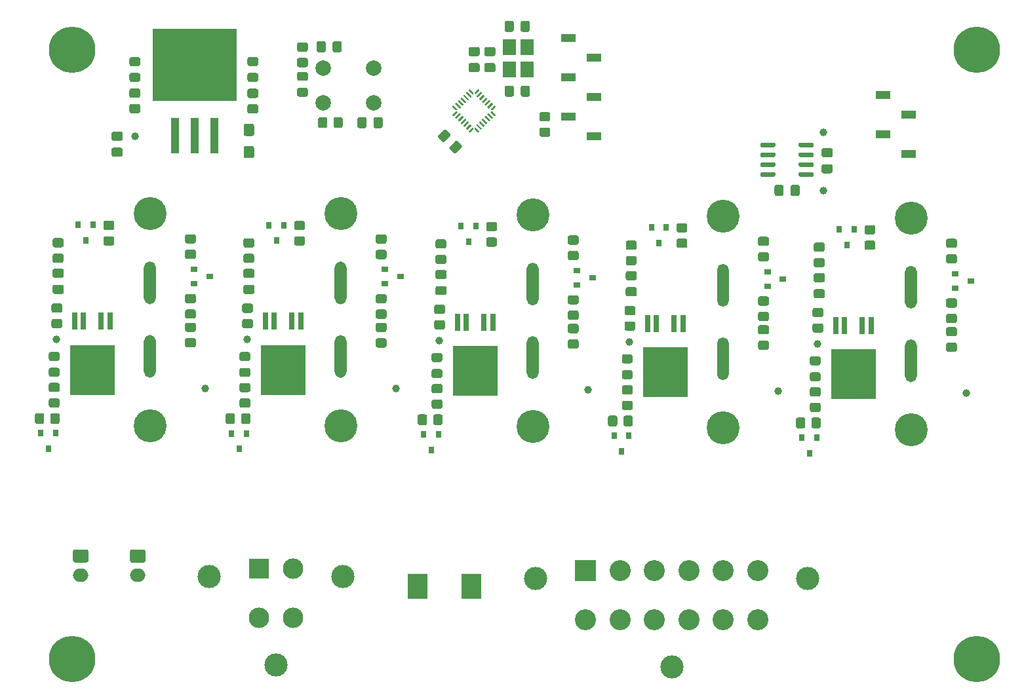
<source format=gbr>
%TF.GenerationSoftware,KiCad,Pcbnew,(5.1.9-0-10_14)*%
%TF.CreationDate,2021-02-15T20:52:16+08:00*%
%TF.ProjectId,pdm,70646d2e-6b69-4636-9164-5f7063625858,rev?*%
%TF.SameCoordinates,Original*%
%TF.FileFunction,Soldermask,Top*%
%TF.FilePolarity,Negative*%
%FSLAX46Y46*%
G04 Gerber Fmt 4.6, Leading zero omitted, Abs format (unit mm)*
G04 Created by KiCad (PCBNEW (5.1.9-0-10_14)) date 2021-02-15 20:52:16*
%MOMM*%
%LPD*%
G01*
G04 APERTURE LIST*
%ADD10R,1.800000X2.100000*%
%ADD11R,2.500000X3.300000*%
%ADD12R,2.715000X2.715000*%
%ADD13C,2.715000*%
%ADD14C,2.990000*%
%ADD15R,0.800000X0.900000*%
%ADD16R,0.900000X0.800000*%
%ADD17R,1.900000X1.000000*%
%ADD18O,2.000000X1.700000*%
%ADD19C,6.000000*%
%ADD20C,0.800000*%
%ADD21C,1.000000*%
%ADD22R,1.100000X4.600000*%
%ADD23R,10.800000X9.400000*%
%ADD24C,4.262000*%
%ADD25C,2.640000*%
%ADD26R,2.640000X2.640000*%
%ADD27R,0.800000X2.200000*%
%ADD28R,5.800000X6.400000*%
%ADD29C,0.100000*%
%ADD30C,2.000000*%
G04 APERTURE END LIST*
D10*
%TO.C,Y1*%
X169432000Y-54504000D03*
X169432000Y-57404000D03*
X167132000Y-57404000D03*
X167132000Y-54504000D03*
%TD*%
D11*
%TO.C,D1*%
X155299999Y-124206000D03*
X162199999Y-124216000D03*
%TD*%
D12*
%TO.C,J4*%
X176972000Y-122174000D03*
D13*
X181417000Y-122174000D03*
X185862000Y-122174000D03*
X190312000Y-122174000D03*
X194757000Y-122174000D03*
X199202000Y-122174000D03*
X199202000Y-128524000D03*
X194757000Y-128524000D03*
D14*
X170547000Y-123184000D03*
X205627000Y-123184000D03*
X188087000Y-134624000D03*
D13*
X190312000Y-128524000D03*
X185862000Y-128524000D03*
X181417000Y-128524000D03*
X176972000Y-128524000D03*
%TD*%
%TO.C,R43*%
G36*
G01*
X132470000Y-102972001D02*
X132470000Y-102071999D01*
G75*
G02*
X132719999Y-101822000I249999J0D01*
G01*
X133420001Y-101822000D01*
G75*
G02*
X133670000Y-102071999I0J-249999D01*
G01*
X133670000Y-102972001D01*
G75*
G02*
X133420001Y-103222000I-249999J0D01*
G01*
X132719999Y-103222000D01*
G75*
G02*
X132470000Y-102972001I0J249999D01*
G01*
G37*
G36*
G01*
X130470000Y-102972001D02*
X130470000Y-102071999D01*
G75*
G02*
X130719999Y-101822000I249999J0D01*
G01*
X131420001Y-101822000D01*
G75*
G02*
X131670000Y-102071999I0J-249999D01*
G01*
X131670000Y-102972001D01*
G75*
G02*
X131420001Y-103222000I-249999J0D01*
G01*
X130719999Y-103222000D01*
G75*
G02*
X130470000Y-102972001I0J249999D01*
G01*
G37*
%TD*%
%TO.C,R35*%
G36*
G01*
X107842000Y-102955001D02*
X107842000Y-102054999D01*
G75*
G02*
X108091999Y-101805000I249999J0D01*
G01*
X108792001Y-101805000D01*
G75*
G02*
X109042000Y-102054999I0J-249999D01*
G01*
X109042000Y-102955001D01*
G75*
G02*
X108792001Y-103205000I-249999J0D01*
G01*
X108091999Y-103205000D01*
G75*
G02*
X107842000Y-102955001I0J249999D01*
G01*
G37*
G36*
G01*
X105842000Y-102955001D02*
X105842000Y-102054999D01*
G75*
G02*
X106091999Y-101805000I249999J0D01*
G01*
X106792001Y-101805000D01*
G75*
G02*
X107042000Y-102054999I0J-249999D01*
G01*
X107042000Y-102955001D01*
G75*
G02*
X106792001Y-103205000I-249999J0D01*
G01*
X106091999Y-103205000D01*
G75*
G02*
X105842000Y-102955001I0J249999D01*
G01*
G37*
%TD*%
%TO.C,R27*%
G36*
G01*
X206130000Y-103527001D02*
X206130000Y-102626999D01*
G75*
G02*
X206379999Y-102377000I249999J0D01*
G01*
X207080001Y-102377000D01*
G75*
G02*
X207330000Y-102626999I0J-249999D01*
G01*
X207330000Y-103527001D01*
G75*
G02*
X207080001Y-103777000I-249999J0D01*
G01*
X206379999Y-103777000D01*
G75*
G02*
X206130000Y-103527001I0J249999D01*
G01*
G37*
G36*
G01*
X204130000Y-103527001D02*
X204130000Y-102626999D01*
G75*
G02*
X204379999Y-102377000I249999J0D01*
G01*
X205080001Y-102377000D01*
G75*
G02*
X205330000Y-102626999I0J-249999D01*
G01*
X205330000Y-103527001D01*
G75*
G02*
X205080001Y-103777000I-249999J0D01*
G01*
X204379999Y-103777000D01*
G75*
G02*
X204130000Y-103527001I0J249999D01*
G01*
G37*
%TD*%
%TO.C,R19*%
G36*
G01*
X181854000Y-103273001D02*
X181854000Y-102372999D01*
G75*
G02*
X182103999Y-102123000I249999J0D01*
G01*
X182804001Y-102123000D01*
G75*
G02*
X183054000Y-102372999I0J-249999D01*
G01*
X183054000Y-103273001D01*
G75*
G02*
X182804001Y-103523000I-249999J0D01*
G01*
X182103999Y-103523000D01*
G75*
G02*
X181854000Y-103273001I0J249999D01*
G01*
G37*
G36*
G01*
X179854000Y-103273001D02*
X179854000Y-102372999D01*
G75*
G02*
X180103999Y-102123000I249999J0D01*
G01*
X180804001Y-102123000D01*
G75*
G02*
X181054000Y-102372999I0J-249999D01*
G01*
X181054000Y-103273001D01*
G75*
G02*
X180804001Y-103523000I-249999J0D01*
G01*
X180103999Y-103523000D01*
G75*
G02*
X179854000Y-103273001I0J249999D01*
G01*
G37*
%TD*%
%TO.C,R11*%
G36*
G01*
X157278000Y-103113001D02*
X157278000Y-102212999D01*
G75*
G02*
X157527999Y-101963000I249999J0D01*
G01*
X158228001Y-101963000D01*
G75*
G02*
X158478000Y-102212999I0J-249999D01*
G01*
X158478000Y-103113001D01*
G75*
G02*
X158228001Y-103363000I-249999J0D01*
G01*
X157527999Y-103363000D01*
G75*
G02*
X157278000Y-103113001I0J249999D01*
G01*
G37*
G36*
G01*
X155278000Y-103113001D02*
X155278000Y-102212999D01*
G75*
G02*
X155527999Y-101963000I249999J0D01*
G01*
X156228001Y-101963000D01*
G75*
G02*
X156478000Y-102212999I0J-249999D01*
G01*
X156478000Y-103113001D01*
G75*
G02*
X156228001Y-103363000I-249999J0D01*
G01*
X155527999Y-103363000D01*
G75*
G02*
X155278000Y-103113001I0J249999D01*
G01*
G37*
%TD*%
D15*
%TO.C,Q14*%
X132197000Y-106427000D03*
X131247000Y-104427000D03*
X133147000Y-104427000D03*
%TD*%
%TO.C,Q11*%
X107569000Y-106410000D03*
X106619000Y-104410000D03*
X108519000Y-104410000D03*
%TD*%
%TO.C,Q8*%
X205857000Y-106982000D03*
X204907000Y-104982000D03*
X206807000Y-104982000D03*
%TD*%
%TO.C,Q5*%
X181581000Y-106728000D03*
X180631000Y-104728000D03*
X182531000Y-104728000D03*
%TD*%
%TO.C,Q2*%
X157005000Y-106568000D03*
X156055000Y-104568000D03*
X157955000Y-104568000D03*
%TD*%
D16*
%TO.C,Q9*%
X226719000Y-84715001D03*
X224719000Y-85665001D03*
X224719000Y-83765001D03*
%TD*%
%TO.C,Q6*%
X202443000Y-84461001D03*
X200443000Y-85411001D03*
X200443000Y-83511001D03*
%TD*%
%TO.C,Q3*%
X177867000Y-84301001D03*
X175867000Y-85251001D03*
X175867000Y-83351001D03*
%TD*%
%TO.C,Q12*%
X128431000Y-84143001D03*
X126431000Y-85093001D03*
X126431000Y-83193001D03*
%TD*%
%TO.C,Q15*%
X153059000Y-84160001D03*
X151059000Y-85110001D03*
X151059000Y-83210001D03*
%TD*%
D17*
%TO.C,J2*%
X174753000Y-53340000D03*
X174753000Y-58420000D03*
X174753000Y-63500000D03*
X178053000Y-55880000D03*
X178053000Y-60960000D03*
X178053000Y-66040000D03*
%TD*%
%TO.C,J3*%
X218693000Y-68326000D03*
X218693000Y-63246000D03*
X215393000Y-65786000D03*
X215393000Y-60706000D03*
%TD*%
%TO.C,M2*%
G36*
G01*
X111010000Y-119419000D02*
X112510000Y-119419000D01*
G75*
G02*
X112760000Y-119669000I0J-250000D01*
G01*
X112760000Y-120869000D01*
G75*
G02*
X112510000Y-121119000I-250000J0D01*
G01*
X111010000Y-121119000D01*
G75*
G02*
X110760000Y-120869000I0J250000D01*
G01*
X110760000Y-119669000D01*
G75*
G02*
X111010000Y-119419000I250000J0D01*
G01*
G37*
D18*
X111760000Y-122769000D03*
%TD*%
%TO.C,M1*%
G36*
G01*
X118376000Y-119429233D02*
X119876000Y-119429233D01*
G75*
G02*
X120126000Y-119679233I0J-250000D01*
G01*
X120126000Y-120879233D01*
G75*
G02*
X119876000Y-121129233I-250000J0D01*
G01*
X118376000Y-121129233D01*
G75*
G02*
X118126000Y-120879233I0J250000D01*
G01*
X118126000Y-119679233D01*
G75*
G02*
X118376000Y-119429233I250000J0D01*
G01*
G37*
X119126000Y-122779233D03*
%TD*%
D19*
%TO.C,H4*%
X227457000Y-133604000D03*
D20*
X229707000Y-133604000D03*
X229047990Y-135194990D03*
X227457000Y-135854000D03*
X225866010Y-135194990D03*
X225207000Y-133604000D03*
X225866010Y-132013010D03*
X227457000Y-131354000D03*
X229047990Y-132013010D03*
%TD*%
D19*
%TO.C,H3*%
X227457000Y-54864000D03*
D20*
X229707000Y-54864000D03*
X229047990Y-56454990D03*
X227457000Y-57114000D03*
X225866010Y-56454990D03*
X225207000Y-54864000D03*
X225866010Y-53273010D03*
X227457000Y-52614000D03*
X229047990Y-53273010D03*
%TD*%
D19*
%TO.C,H2*%
X110617000Y-133604000D03*
D20*
X112867000Y-133604000D03*
X112207990Y-135194990D03*
X110617000Y-135854000D03*
X109026010Y-135194990D03*
X108367000Y-133604000D03*
X109026010Y-132013010D03*
X110617000Y-131354000D03*
X112207990Y-132013010D03*
%TD*%
D19*
%TO.C,H1*%
X110617000Y-54864000D03*
D20*
X112867000Y-54864000D03*
X112207990Y-56454990D03*
X110617000Y-57114000D03*
X109026010Y-56454990D03*
X108367000Y-54864000D03*
X109026010Y-53273010D03*
X110617000Y-52614000D03*
X112207990Y-53273010D03*
%TD*%
D21*
%TO.C,CANL_Test1*%
X207645000Y-65532000D03*
%TD*%
D22*
%TO.C,U8*%
X123971000Y-65931000D03*
X126511000Y-65931000D03*
X129051000Y-65931000D03*
D23*
X126511000Y-56781000D03*
%TD*%
D21*
%TO.C,TP6*%
X118745000Y-66040000D03*
%TD*%
%TO.C,R46*%
G36*
G01*
X133534999Y-59884000D02*
X134435001Y-59884000D01*
G75*
G02*
X134685000Y-60133999I0J-249999D01*
G01*
X134685000Y-60834001D01*
G75*
G02*
X134435001Y-61084000I-249999J0D01*
G01*
X133534999Y-61084000D01*
G75*
G02*
X133285000Y-60834001I0J249999D01*
G01*
X133285000Y-60133999D01*
G75*
G02*
X133534999Y-59884000I249999J0D01*
G01*
G37*
G36*
G01*
X133534999Y-61884000D02*
X134435001Y-61884000D01*
G75*
G02*
X134685000Y-62133999I0J-249999D01*
G01*
X134685000Y-62834001D01*
G75*
G02*
X134435001Y-63084000I-249999J0D01*
G01*
X133534999Y-63084000D01*
G75*
G02*
X133285000Y-62834001I0J249999D01*
G01*
X133285000Y-62133999D01*
G75*
G02*
X133534999Y-61884000I249999J0D01*
G01*
G37*
%TD*%
%TO.C,R45*%
G36*
G01*
X118294999Y-59852000D02*
X119195001Y-59852000D01*
G75*
G02*
X119445000Y-60101999I0J-249999D01*
G01*
X119445000Y-60802001D01*
G75*
G02*
X119195001Y-61052000I-249999J0D01*
G01*
X118294999Y-61052000D01*
G75*
G02*
X118045000Y-60802001I0J249999D01*
G01*
X118045000Y-60101999D01*
G75*
G02*
X118294999Y-59852000I249999J0D01*
G01*
G37*
G36*
G01*
X118294999Y-61852000D02*
X119195001Y-61852000D01*
G75*
G02*
X119445000Y-62101999I0J-249999D01*
G01*
X119445000Y-62802001D01*
G75*
G02*
X119195001Y-63052000I-249999J0D01*
G01*
X118294999Y-63052000D01*
G75*
G02*
X118045000Y-62802001I0J249999D01*
G01*
X118045000Y-62101999D01*
G75*
G02*
X118294999Y-61852000I249999J0D01*
G01*
G37*
%TD*%
%TO.C,R38*%
G36*
G01*
X133016999Y-79205000D02*
X133917001Y-79205000D01*
G75*
G02*
X134167000Y-79454999I0J-249999D01*
G01*
X134167000Y-80155001D01*
G75*
G02*
X133917001Y-80405000I-249999J0D01*
G01*
X133016999Y-80405000D01*
G75*
G02*
X132767000Y-80155001I0J249999D01*
G01*
X132767000Y-79454999D01*
G75*
G02*
X133016999Y-79205000I249999J0D01*
G01*
G37*
G36*
G01*
X133016999Y-81205000D02*
X133917001Y-81205000D01*
G75*
G02*
X134167000Y-81454999I0J-249999D01*
G01*
X134167000Y-82155001D01*
G75*
G02*
X133917001Y-82405000I-249999J0D01*
G01*
X133016999Y-82405000D01*
G75*
G02*
X132767000Y-82155001I0J249999D01*
G01*
X132767000Y-81454999D01*
G75*
G02*
X133016999Y-81205000I249999J0D01*
G01*
G37*
%TD*%
%TO.C,R37*%
G36*
G01*
X140466108Y-80157893D02*
X139566106Y-80157893D01*
G75*
G02*
X139316107Y-79907894I0J249999D01*
G01*
X139316107Y-79207892D01*
G75*
G02*
X139566106Y-78957893I249999J0D01*
G01*
X140466108Y-78957893D01*
G75*
G02*
X140716107Y-79207892I0J-249999D01*
G01*
X140716107Y-79907894D01*
G75*
G02*
X140466108Y-80157893I-249999J0D01*
G01*
G37*
G36*
G01*
X140466108Y-78157893D02*
X139566106Y-78157893D01*
G75*
G02*
X139316107Y-77907894I0J249999D01*
G01*
X139316107Y-77207892D01*
G75*
G02*
X139566106Y-76957893I249999J0D01*
G01*
X140466108Y-76957893D01*
G75*
G02*
X140716107Y-77207892I0J-249999D01*
G01*
X140716107Y-77907894D01*
G75*
G02*
X140466108Y-78157893I-249999J0D01*
G01*
G37*
%TD*%
%TO.C,R30*%
G36*
G01*
X108388999Y-79188000D02*
X109289001Y-79188000D01*
G75*
G02*
X109539000Y-79437999I0J-249999D01*
G01*
X109539000Y-80138001D01*
G75*
G02*
X109289001Y-80388000I-249999J0D01*
G01*
X108388999Y-80388000D01*
G75*
G02*
X108139000Y-80138001I0J249999D01*
G01*
X108139000Y-79437999D01*
G75*
G02*
X108388999Y-79188000I249999J0D01*
G01*
G37*
G36*
G01*
X108388999Y-81188000D02*
X109289001Y-81188000D01*
G75*
G02*
X109539000Y-81437999I0J-249999D01*
G01*
X109539000Y-82138001D01*
G75*
G02*
X109289001Y-82388000I-249999J0D01*
G01*
X108388999Y-82388000D01*
G75*
G02*
X108139000Y-82138001I0J249999D01*
G01*
X108139000Y-81437999D01*
G75*
G02*
X108388999Y-81188000I249999J0D01*
G01*
G37*
%TD*%
%TO.C,R29*%
G36*
G01*
X115838108Y-80140893D02*
X114938106Y-80140893D01*
G75*
G02*
X114688107Y-79890894I0J249999D01*
G01*
X114688107Y-79190892D01*
G75*
G02*
X114938106Y-78940893I249999J0D01*
G01*
X115838108Y-78940893D01*
G75*
G02*
X116088107Y-79190892I0J-249999D01*
G01*
X116088107Y-79890894D01*
G75*
G02*
X115838108Y-80140893I-249999J0D01*
G01*
G37*
G36*
G01*
X115838108Y-78140893D02*
X114938106Y-78140893D01*
G75*
G02*
X114688107Y-77890894I0J249999D01*
G01*
X114688107Y-77190892D01*
G75*
G02*
X114938106Y-76940893I249999J0D01*
G01*
X115838108Y-76940893D01*
G75*
G02*
X116088107Y-77190892I0J-249999D01*
G01*
X116088107Y-77890894D01*
G75*
G02*
X115838108Y-78140893I-249999J0D01*
G01*
G37*
%TD*%
%TO.C,R22*%
G36*
G01*
X206676999Y-79760000D02*
X207577001Y-79760000D01*
G75*
G02*
X207827000Y-80009999I0J-249999D01*
G01*
X207827000Y-80710001D01*
G75*
G02*
X207577001Y-80960000I-249999J0D01*
G01*
X206676999Y-80960000D01*
G75*
G02*
X206427000Y-80710001I0J249999D01*
G01*
X206427000Y-80009999D01*
G75*
G02*
X206676999Y-79760000I249999J0D01*
G01*
G37*
G36*
G01*
X206676999Y-81760000D02*
X207577001Y-81760000D01*
G75*
G02*
X207827000Y-82009999I0J-249999D01*
G01*
X207827000Y-82710001D01*
G75*
G02*
X207577001Y-82960000I-249999J0D01*
G01*
X206676999Y-82960000D01*
G75*
G02*
X206427000Y-82710001I0J249999D01*
G01*
X206427000Y-82009999D01*
G75*
G02*
X206676999Y-81760000I249999J0D01*
G01*
G37*
%TD*%
%TO.C,R21*%
G36*
G01*
X214126108Y-80712893D02*
X213226106Y-80712893D01*
G75*
G02*
X212976107Y-80462894I0J249999D01*
G01*
X212976107Y-79762892D01*
G75*
G02*
X213226106Y-79512893I249999J0D01*
G01*
X214126108Y-79512893D01*
G75*
G02*
X214376107Y-79762892I0J-249999D01*
G01*
X214376107Y-80462894D01*
G75*
G02*
X214126108Y-80712893I-249999J0D01*
G01*
G37*
G36*
G01*
X214126108Y-78712893D02*
X213226106Y-78712893D01*
G75*
G02*
X212976107Y-78462894I0J249999D01*
G01*
X212976107Y-77762892D01*
G75*
G02*
X213226106Y-77512893I249999J0D01*
G01*
X214126108Y-77512893D01*
G75*
G02*
X214376107Y-77762892I0J-249999D01*
G01*
X214376107Y-78462894D01*
G75*
G02*
X214126108Y-78712893I-249999J0D01*
G01*
G37*
%TD*%
%TO.C,R14*%
G36*
G01*
X182400999Y-79506000D02*
X183301001Y-79506000D01*
G75*
G02*
X183551000Y-79755999I0J-249999D01*
G01*
X183551000Y-80456001D01*
G75*
G02*
X183301001Y-80706000I-249999J0D01*
G01*
X182400999Y-80706000D01*
G75*
G02*
X182151000Y-80456001I0J249999D01*
G01*
X182151000Y-79755999D01*
G75*
G02*
X182400999Y-79506000I249999J0D01*
G01*
G37*
G36*
G01*
X182400999Y-81506000D02*
X183301001Y-81506000D01*
G75*
G02*
X183551000Y-81755999I0J-249999D01*
G01*
X183551000Y-82456001D01*
G75*
G02*
X183301001Y-82706000I-249999J0D01*
G01*
X182400999Y-82706000D01*
G75*
G02*
X182151000Y-82456001I0J249999D01*
G01*
X182151000Y-81755999D01*
G75*
G02*
X182400999Y-81506000I249999J0D01*
G01*
G37*
%TD*%
%TO.C,R13*%
G36*
G01*
X189850108Y-80458893D02*
X188950106Y-80458893D01*
G75*
G02*
X188700107Y-80208894I0J249999D01*
G01*
X188700107Y-79508892D01*
G75*
G02*
X188950106Y-79258893I249999J0D01*
G01*
X189850108Y-79258893D01*
G75*
G02*
X190100107Y-79508892I0J-249999D01*
G01*
X190100107Y-80208894D01*
G75*
G02*
X189850108Y-80458893I-249999J0D01*
G01*
G37*
G36*
G01*
X189850108Y-78458893D02*
X188950106Y-78458893D01*
G75*
G02*
X188700107Y-78208894I0J249999D01*
G01*
X188700107Y-77508892D01*
G75*
G02*
X188950106Y-77258893I249999J0D01*
G01*
X189850108Y-77258893D01*
G75*
G02*
X190100107Y-77508892I0J-249999D01*
G01*
X190100107Y-78208894D01*
G75*
G02*
X189850108Y-78458893I-249999J0D01*
G01*
G37*
%TD*%
%TO.C,R6*%
G36*
G01*
X157824999Y-79346000D02*
X158725001Y-79346000D01*
G75*
G02*
X158975000Y-79595999I0J-249999D01*
G01*
X158975000Y-80296001D01*
G75*
G02*
X158725001Y-80546000I-249999J0D01*
G01*
X157824999Y-80546000D01*
G75*
G02*
X157575000Y-80296001I0J249999D01*
G01*
X157575000Y-79595999D01*
G75*
G02*
X157824999Y-79346000I249999J0D01*
G01*
G37*
G36*
G01*
X157824999Y-81346000D02*
X158725001Y-81346000D01*
G75*
G02*
X158975000Y-81595999I0J-249999D01*
G01*
X158975000Y-82296001D01*
G75*
G02*
X158725001Y-82546000I-249999J0D01*
G01*
X157824999Y-82546000D01*
G75*
G02*
X157575000Y-82296001I0J249999D01*
G01*
X157575000Y-81595999D01*
G75*
G02*
X157824999Y-81346000I249999J0D01*
G01*
G37*
%TD*%
%TO.C,R5*%
G36*
G01*
X165274108Y-80298893D02*
X164374106Y-80298893D01*
G75*
G02*
X164124107Y-80048894I0J249999D01*
G01*
X164124107Y-79348892D01*
G75*
G02*
X164374106Y-79098893I249999J0D01*
G01*
X165274108Y-79098893D01*
G75*
G02*
X165524107Y-79348892I0J-249999D01*
G01*
X165524107Y-80048894D01*
G75*
G02*
X165274108Y-80298893I-249999J0D01*
G01*
G37*
G36*
G01*
X165274108Y-78298893D02*
X164374106Y-78298893D01*
G75*
G02*
X164124107Y-78048894I0J249999D01*
G01*
X164124107Y-77348892D01*
G75*
G02*
X164374106Y-77098893I249999J0D01*
G01*
X165274108Y-77098893D01*
G75*
G02*
X165524107Y-77348892I0J-249999D01*
G01*
X165524107Y-78048894D01*
G75*
G02*
X165274108Y-78298893I-249999J0D01*
G01*
G37*
%TD*%
D15*
%TO.C,Q13*%
X137973000Y-77503000D03*
X136073000Y-77503000D03*
X137023000Y-79503000D03*
%TD*%
%TO.C,Q10*%
X113345000Y-77486000D03*
X111445000Y-77486000D03*
X112395000Y-79486000D03*
%TD*%
%TO.C,Q7*%
X211633000Y-78058000D03*
X209733000Y-78058000D03*
X210683000Y-80058000D03*
%TD*%
%TO.C,Q4*%
X187357000Y-77804000D03*
X185457000Y-77804000D03*
X186407000Y-79804000D03*
%TD*%
%TO.C,Q1*%
X162781000Y-77644000D03*
X160881000Y-77644000D03*
X161831000Y-79644000D03*
%TD*%
%TO.C,D9*%
G36*
G01*
X133534999Y-55795001D02*
X134435001Y-55795001D01*
G75*
G02*
X134685000Y-56045000I0J-249999D01*
G01*
X134685000Y-56695002D01*
G75*
G02*
X134435001Y-56945001I-249999J0D01*
G01*
X133534999Y-56945001D01*
G75*
G02*
X133285000Y-56695002I0J249999D01*
G01*
X133285000Y-56045000D01*
G75*
G02*
X133534999Y-55795001I249999J0D01*
G01*
G37*
G36*
G01*
X133534999Y-57845001D02*
X134435001Y-57845001D01*
G75*
G02*
X134685000Y-58095000I0J-249999D01*
G01*
X134685000Y-58745002D01*
G75*
G02*
X134435001Y-58995001I-249999J0D01*
G01*
X133534999Y-58995001D01*
G75*
G02*
X133285000Y-58745002I0J249999D01*
G01*
X133285000Y-58095000D01*
G75*
G02*
X133534999Y-57845001I249999J0D01*
G01*
G37*
%TD*%
%TO.C,D8*%
G36*
G01*
X118294999Y-55804000D02*
X119195001Y-55804000D01*
G75*
G02*
X119445000Y-56053999I0J-249999D01*
G01*
X119445000Y-56704001D01*
G75*
G02*
X119195001Y-56954000I-249999J0D01*
G01*
X118294999Y-56954000D01*
G75*
G02*
X118045000Y-56704001I0J249999D01*
G01*
X118045000Y-56053999D01*
G75*
G02*
X118294999Y-55804000I249999J0D01*
G01*
G37*
G36*
G01*
X118294999Y-57854000D02*
X119195001Y-57854000D01*
G75*
G02*
X119445000Y-58103999I0J-249999D01*
G01*
X119445000Y-58754001D01*
G75*
G02*
X119195001Y-59004000I-249999J0D01*
G01*
X118294999Y-59004000D01*
G75*
G02*
X118045000Y-58754001I0J249999D01*
G01*
X118045000Y-58103999D01*
G75*
G02*
X118294999Y-57854000I249999J0D01*
G01*
G37*
%TD*%
%TO.C,C15*%
G36*
G01*
X133051999Y-64409500D02*
X133902001Y-64409500D01*
G75*
G02*
X134152000Y-64659499I0J-249999D01*
G01*
X134152000Y-65734501D01*
G75*
G02*
X133902001Y-65984500I-249999J0D01*
G01*
X133051999Y-65984500D01*
G75*
G02*
X132802000Y-65734501I0J249999D01*
G01*
X132802000Y-64659499D01*
G75*
G02*
X133051999Y-64409500I249999J0D01*
G01*
G37*
G36*
G01*
X133051999Y-67284500D02*
X133902001Y-67284500D01*
G75*
G02*
X134152000Y-67534499I0J-249999D01*
G01*
X134152000Y-68609501D01*
G75*
G02*
X133902001Y-68859500I-249999J0D01*
G01*
X133051999Y-68859500D01*
G75*
G02*
X132802000Y-68609501I0J249999D01*
G01*
X132802000Y-67534499D01*
G75*
G02*
X133051999Y-67284500I249999J0D01*
G01*
G37*
%TD*%
%TO.C,C14*%
G36*
G01*
X115984000Y-65431000D02*
X116934000Y-65431000D01*
G75*
G02*
X117184000Y-65681000I0J-250000D01*
G01*
X117184000Y-66356000D01*
G75*
G02*
X116934000Y-66606000I-250000J0D01*
G01*
X115984000Y-66606000D01*
G75*
G02*
X115734000Y-66356000I0J250000D01*
G01*
X115734000Y-65681000D01*
G75*
G02*
X115984000Y-65431000I250000J0D01*
G01*
G37*
G36*
G01*
X115984000Y-67506000D02*
X116934000Y-67506000D01*
G75*
G02*
X117184000Y-67756000I0J-250000D01*
G01*
X117184000Y-68431000D01*
G75*
G02*
X116934000Y-68681000I-250000J0D01*
G01*
X115984000Y-68681000D01*
G75*
G02*
X115734000Y-68431000I0J250000D01*
G01*
X115734000Y-67756000D01*
G75*
G02*
X115984000Y-67506000I250000J0D01*
G01*
G37*
%TD*%
%TO.C,R1*%
G36*
G01*
X207678000Y-67568500D02*
X208628000Y-67568500D01*
G75*
G02*
X208878000Y-67818500I0J-250000D01*
G01*
X208878000Y-68493500D01*
G75*
G02*
X208628000Y-68743500I-250000J0D01*
G01*
X207678000Y-68743500D01*
G75*
G02*
X207428000Y-68493500I0J250000D01*
G01*
X207428000Y-67818500D01*
G75*
G02*
X207678000Y-67568500I250000J0D01*
G01*
G37*
G36*
G01*
X207678000Y-69643500D02*
X208628000Y-69643500D01*
G75*
G02*
X208878000Y-69893500I0J-250000D01*
G01*
X208878000Y-70568500D01*
G75*
G02*
X208628000Y-70818500I-250000J0D01*
G01*
X207678000Y-70818500D01*
G75*
G02*
X207428000Y-70568500I0J250000D01*
G01*
X207428000Y-69893500D01*
G75*
G02*
X207678000Y-69643500I250000J0D01*
G01*
G37*
%TD*%
%TO.C,C8*%
G36*
G01*
X147494500Y-64737000D02*
X147494500Y-63787000D01*
G75*
G02*
X147744500Y-63537000I250000J0D01*
G01*
X148419500Y-63537000D01*
G75*
G02*
X148669500Y-63787000I0J-250000D01*
G01*
X148669500Y-64737000D01*
G75*
G02*
X148419500Y-64987000I-250000J0D01*
G01*
X147744500Y-64987000D01*
G75*
G02*
X147494500Y-64737000I0J250000D01*
G01*
G37*
G36*
G01*
X149569500Y-64737000D02*
X149569500Y-63787000D01*
G75*
G02*
X149819500Y-63537000I250000J0D01*
G01*
X150494500Y-63537000D01*
G75*
G02*
X150744500Y-63787000I0J-250000D01*
G01*
X150744500Y-64737000D01*
G75*
G02*
X150494500Y-64987000I-250000J0D01*
G01*
X149819500Y-64987000D01*
G75*
G02*
X149569500Y-64737000I0J250000D01*
G01*
G37*
%TD*%
%TO.C,C13*%
G36*
G01*
X133002000Y-83164000D02*
X133952000Y-83164000D01*
G75*
G02*
X134202000Y-83414000I0J-250000D01*
G01*
X134202000Y-84089000D01*
G75*
G02*
X133952000Y-84339000I-250000J0D01*
G01*
X133002000Y-84339000D01*
G75*
G02*
X132752000Y-84089000I0J250000D01*
G01*
X132752000Y-83414000D01*
G75*
G02*
X133002000Y-83164000I250000J0D01*
G01*
G37*
G36*
G01*
X133002000Y-85239000D02*
X133952000Y-85239000D01*
G75*
G02*
X134202000Y-85489000I0J-250000D01*
G01*
X134202000Y-86164000D01*
G75*
G02*
X133952000Y-86414000I-250000J0D01*
G01*
X133002000Y-86414000D01*
G75*
G02*
X132752000Y-86164000I0J250000D01*
G01*
X132752000Y-85489000D01*
G75*
G02*
X133002000Y-85239000I250000J0D01*
G01*
G37*
%TD*%
%TO.C,C12*%
G36*
G01*
X108374000Y-83147000D02*
X109324000Y-83147000D01*
G75*
G02*
X109574000Y-83397000I0J-250000D01*
G01*
X109574000Y-84072000D01*
G75*
G02*
X109324000Y-84322000I-250000J0D01*
G01*
X108374000Y-84322000D01*
G75*
G02*
X108124000Y-84072000I0J250000D01*
G01*
X108124000Y-83397000D01*
G75*
G02*
X108374000Y-83147000I250000J0D01*
G01*
G37*
G36*
G01*
X108374000Y-85222000D02*
X109324000Y-85222000D01*
G75*
G02*
X109574000Y-85472000I0J-250000D01*
G01*
X109574000Y-86147000D01*
G75*
G02*
X109324000Y-86397000I-250000J0D01*
G01*
X108374000Y-86397000D01*
G75*
G02*
X108124000Y-86147000I0J250000D01*
G01*
X108124000Y-85472000D01*
G75*
G02*
X108374000Y-85222000I250000J0D01*
G01*
G37*
%TD*%
%TO.C,C11*%
G36*
G01*
X206662000Y-83719000D02*
X207612000Y-83719000D01*
G75*
G02*
X207862000Y-83969000I0J-250000D01*
G01*
X207862000Y-84644000D01*
G75*
G02*
X207612000Y-84894000I-250000J0D01*
G01*
X206662000Y-84894000D01*
G75*
G02*
X206412000Y-84644000I0J250000D01*
G01*
X206412000Y-83969000D01*
G75*
G02*
X206662000Y-83719000I250000J0D01*
G01*
G37*
G36*
G01*
X206662000Y-85794000D02*
X207612000Y-85794000D01*
G75*
G02*
X207862000Y-86044000I0J-250000D01*
G01*
X207862000Y-86719000D01*
G75*
G02*
X207612000Y-86969000I-250000J0D01*
G01*
X206662000Y-86969000D01*
G75*
G02*
X206412000Y-86719000I0J250000D01*
G01*
X206412000Y-86044000D01*
G75*
G02*
X206662000Y-85794000I250000J0D01*
G01*
G37*
%TD*%
%TO.C,C10*%
G36*
G01*
X182386000Y-83465000D02*
X183336000Y-83465000D01*
G75*
G02*
X183586000Y-83715000I0J-250000D01*
G01*
X183586000Y-84390000D01*
G75*
G02*
X183336000Y-84640000I-250000J0D01*
G01*
X182386000Y-84640000D01*
G75*
G02*
X182136000Y-84390000I0J250000D01*
G01*
X182136000Y-83715000D01*
G75*
G02*
X182386000Y-83465000I250000J0D01*
G01*
G37*
G36*
G01*
X182386000Y-85540000D02*
X183336000Y-85540000D01*
G75*
G02*
X183586000Y-85790000I0J-250000D01*
G01*
X183586000Y-86465000D01*
G75*
G02*
X183336000Y-86715000I-250000J0D01*
G01*
X182386000Y-86715000D01*
G75*
G02*
X182136000Y-86465000I0J250000D01*
G01*
X182136000Y-85790000D01*
G75*
G02*
X182386000Y-85540000I250000J0D01*
G01*
G37*
%TD*%
%TO.C,C9*%
G36*
G01*
X157810000Y-83305000D02*
X158760000Y-83305000D01*
G75*
G02*
X159010000Y-83555000I0J-250000D01*
G01*
X159010000Y-84230000D01*
G75*
G02*
X158760000Y-84480000I-250000J0D01*
G01*
X157810000Y-84480000D01*
G75*
G02*
X157560000Y-84230000I0J250000D01*
G01*
X157560000Y-83555000D01*
G75*
G02*
X157810000Y-83305000I250000J0D01*
G01*
G37*
G36*
G01*
X157810000Y-85380000D02*
X158760000Y-85380000D01*
G75*
G02*
X159010000Y-85630000I0J-250000D01*
G01*
X159010000Y-86305000D01*
G75*
G02*
X158760000Y-86555000I-250000J0D01*
G01*
X157810000Y-86555000D01*
G75*
G02*
X157560000Y-86305000I0J250000D01*
G01*
X157560000Y-85630000D01*
G75*
G02*
X157810000Y-85380000I250000J0D01*
G01*
G37*
%TD*%
%TO.C,F2*%
G36*
G01*
X194703000Y-97566001D02*
X194703000Y-97566001D01*
G75*
G02*
X193922000Y-96785001I0J781000D01*
G01*
X193922000Y-92785001D01*
G75*
G02*
X194703000Y-92004001I781000J0D01*
G01*
X194703000Y-92004001D01*
G75*
G02*
X195484000Y-92785001I0J-781000D01*
G01*
X195484000Y-96785001D01*
G75*
G02*
X194703000Y-97566001I-781000J0D01*
G01*
G37*
G36*
G01*
X194703000Y-88066001D02*
X194703000Y-88066001D01*
G75*
G02*
X193922000Y-87285001I0J781000D01*
G01*
X193922000Y-83285001D01*
G75*
G02*
X194703000Y-82504001I781000J0D01*
G01*
X194703000Y-82504001D01*
G75*
G02*
X195484000Y-83285001I0J-781000D01*
G01*
X195484000Y-87285001D01*
G75*
G02*
X194703000Y-88066001I-781000J0D01*
G01*
G37*
D24*
X194703000Y-103735001D03*
X194703000Y-76335001D03*
%TD*%
%TO.C,F5*%
G36*
G01*
X145319000Y-97265001D02*
X145319000Y-97265001D01*
G75*
G02*
X144538000Y-96484001I0J781000D01*
G01*
X144538000Y-92484001D01*
G75*
G02*
X145319000Y-91703001I781000J0D01*
G01*
X145319000Y-91703001D01*
G75*
G02*
X146100000Y-92484001I0J-781000D01*
G01*
X146100000Y-96484001D01*
G75*
G02*
X145319000Y-97265001I-781000J0D01*
G01*
G37*
G36*
G01*
X145319000Y-87765001D02*
X145319000Y-87765001D01*
G75*
G02*
X144538000Y-86984001I0J781000D01*
G01*
X144538000Y-82984001D01*
G75*
G02*
X145319000Y-82203001I781000J0D01*
G01*
X145319000Y-82203001D01*
G75*
G02*
X146100000Y-82984001I0J-781000D01*
G01*
X146100000Y-86984001D01*
G75*
G02*
X145319000Y-87765001I-781000J0D01*
G01*
G37*
X145319000Y-103434001D03*
X145319000Y-76034001D03*
%TD*%
%TO.C,F3*%
G36*
G01*
X218979000Y-97820001D02*
X218979000Y-97820001D01*
G75*
G02*
X218198000Y-97039001I0J781000D01*
G01*
X218198000Y-93039001D01*
G75*
G02*
X218979000Y-92258001I781000J0D01*
G01*
X218979000Y-92258001D01*
G75*
G02*
X219760000Y-93039001I0J-781000D01*
G01*
X219760000Y-97039001D01*
G75*
G02*
X218979000Y-97820001I-781000J0D01*
G01*
G37*
G36*
G01*
X218979000Y-88320001D02*
X218979000Y-88320001D01*
G75*
G02*
X218198000Y-87539001I0J781000D01*
G01*
X218198000Y-83539001D01*
G75*
G02*
X218979000Y-82758001I781000J0D01*
G01*
X218979000Y-82758001D01*
G75*
G02*
X219760000Y-83539001I0J-781000D01*
G01*
X219760000Y-87539001D01*
G75*
G02*
X218979000Y-88320001I-781000J0D01*
G01*
G37*
X218979000Y-103989001D03*
X218979000Y-76589001D03*
%TD*%
%TO.C,F4*%
G36*
G01*
X120691000Y-97248001D02*
X120691000Y-97248001D01*
G75*
G02*
X119910000Y-96467001I0J781000D01*
G01*
X119910000Y-92467001D01*
G75*
G02*
X120691000Y-91686001I781000J0D01*
G01*
X120691000Y-91686001D01*
G75*
G02*
X121472000Y-92467001I0J-781000D01*
G01*
X121472000Y-96467001D01*
G75*
G02*
X120691000Y-97248001I-781000J0D01*
G01*
G37*
G36*
G01*
X120691000Y-87748001D02*
X120691000Y-87748001D01*
G75*
G02*
X119910000Y-86967001I0J781000D01*
G01*
X119910000Y-82967001D01*
G75*
G02*
X120691000Y-82186001I781000J0D01*
G01*
X120691000Y-82186001D01*
G75*
G02*
X121472000Y-82967001I0J-781000D01*
G01*
X121472000Y-86967001D01*
G75*
G02*
X120691000Y-87748001I-781000J0D01*
G01*
G37*
X120691000Y-103417001D03*
X120691000Y-76017001D03*
%TD*%
%TO.C,F1*%
G36*
G01*
X170127000Y-97406001D02*
X170127000Y-97406001D01*
G75*
G02*
X169346000Y-96625001I0J781000D01*
G01*
X169346000Y-92625001D01*
G75*
G02*
X170127000Y-91844001I781000J0D01*
G01*
X170127000Y-91844001D01*
G75*
G02*
X170908000Y-92625001I0J-781000D01*
G01*
X170908000Y-96625001D01*
G75*
G02*
X170127000Y-97406001I-781000J0D01*
G01*
G37*
G36*
G01*
X170127000Y-87906001D02*
X170127000Y-87906001D01*
G75*
G02*
X169346000Y-87125001I0J781000D01*
G01*
X169346000Y-83125001D01*
G75*
G02*
X170127000Y-82344001I781000J0D01*
G01*
X170127000Y-82344001D01*
G75*
G02*
X170908000Y-83125001I0J-781000D01*
G01*
X170908000Y-87125001D01*
G75*
G02*
X170127000Y-87906001I-781000J0D01*
G01*
G37*
X170127000Y-103575001D03*
X170127000Y-76175001D03*
%TD*%
D14*
%TO.C,J1*%
X136967000Y-134324000D03*
X128317000Y-122894000D03*
X145617000Y-122894000D03*
D25*
X134742000Y-128224000D03*
X139192000Y-128224000D03*
D26*
X134742000Y-121874000D03*
D25*
X139192000Y-121874000D03*
%TD*%
%TO.C,C7*%
G36*
G01*
X163035000Y-57737500D02*
X162085000Y-57737500D01*
G75*
G02*
X161835000Y-57487500I0J250000D01*
G01*
X161835000Y-56812500D01*
G75*
G02*
X162085000Y-56562500I250000J0D01*
G01*
X163035000Y-56562500D01*
G75*
G02*
X163285000Y-56812500I0J-250000D01*
G01*
X163285000Y-57487500D01*
G75*
G02*
X163035000Y-57737500I-250000J0D01*
G01*
G37*
G36*
G01*
X163035000Y-55662500D02*
X162085000Y-55662500D01*
G75*
G02*
X161835000Y-55412500I0J250000D01*
G01*
X161835000Y-54737500D01*
G75*
G02*
X162085000Y-54487500I250000J0D01*
G01*
X163035000Y-54487500D01*
G75*
G02*
X163285000Y-54737500I0J-250000D01*
G01*
X163285000Y-55412500D01*
G75*
G02*
X163035000Y-55662500I-250000J0D01*
G01*
G37*
%TD*%
%TO.C,C5*%
G36*
G01*
X165067000Y-57737500D02*
X164117000Y-57737500D01*
G75*
G02*
X163867000Y-57487500I0J250000D01*
G01*
X163867000Y-56812500D01*
G75*
G02*
X164117000Y-56562500I250000J0D01*
G01*
X165067000Y-56562500D01*
G75*
G02*
X165317000Y-56812500I0J-250000D01*
G01*
X165317000Y-57487500D01*
G75*
G02*
X165067000Y-57737500I-250000J0D01*
G01*
G37*
G36*
G01*
X165067000Y-55662500D02*
X164117000Y-55662500D01*
G75*
G02*
X163867000Y-55412500I0J250000D01*
G01*
X163867000Y-54737500D01*
G75*
G02*
X164117000Y-54487500I250000J0D01*
G01*
X165067000Y-54487500D01*
G75*
G02*
X165317000Y-54737500I0J-250000D01*
G01*
X165317000Y-55412500D01*
G75*
G02*
X165067000Y-55662500I-250000J0D01*
G01*
G37*
%TD*%
%TO.C,C4*%
G36*
G01*
X157959268Y-65881178D02*
X158631019Y-65209427D01*
G75*
G02*
X158984573Y-65209427I176777J-176777D01*
G01*
X159461870Y-65686724D01*
G75*
G02*
X159461870Y-66040278I-176777J-176777D01*
G01*
X158790119Y-66712029D01*
G75*
G02*
X158436565Y-66712029I-176777J176777D01*
G01*
X157959268Y-66234732D01*
G75*
G02*
X157959268Y-65881178I176777J176777D01*
G01*
G37*
G36*
G01*
X159426514Y-67348424D02*
X160098265Y-66676673D01*
G75*
G02*
X160451819Y-66676673I176777J-176777D01*
G01*
X160929116Y-67153970D01*
G75*
G02*
X160929116Y-67507524I-176777J-176777D01*
G01*
X160257365Y-68179275D01*
G75*
G02*
X159903811Y-68179275I-176777J176777D01*
G01*
X159426514Y-67701978D01*
G75*
G02*
X159426514Y-67348424I176777J176777D01*
G01*
G37*
%TD*%
%TO.C,R2*%
G36*
G01*
X172154001Y-66100000D02*
X171253999Y-66100000D01*
G75*
G02*
X171004000Y-65850001I0J249999D01*
G01*
X171004000Y-65149999D01*
G75*
G02*
X171253999Y-64900000I249999J0D01*
G01*
X172154001Y-64900000D01*
G75*
G02*
X172404000Y-65149999I0J-249999D01*
G01*
X172404000Y-65850001D01*
G75*
G02*
X172154001Y-66100000I-249999J0D01*
G01*
G37*
G36*
G01*
X172154001Y-64100000D02*
X171253999Y-64100000D01*
G75*
G02*
X171004000Y-63850001I0J249999D01*
G01*
X171004000Y-63149999D01*
G75*
G02*
X171253999Y-62900000I249999J0D01*
G01*
X172154001Y-62900000D01*
G75*
G02*
X172404000Y-63149999I0J-249999D01*
G01*
X172404000Y-63850001D01*
G75*
G02*
X172154001Y-64100000I-249999J0D01*
G01*
G37*
%TD*%
D27*
%TO.C,U5*%
X213818000Y-90483000D03*
X212678000Y-90483000D03*
X210398000Y-90483000D03*
X209258000Y-90483000D03*
D28*
X211538000Y-96783000D03*
%TD*%
D27*
%TO.C,U4*%
X189542000Y-90229000D03*
X188402000Y-90229000D03*
X186122000Y-90229000D03*
X184982000Y-90229000D03*
D28*
X187262000Y-96529000D03*
%TD*%
D27*
%TO.C,U6*%
X115530000Y-89911000D03*
X114390000Y-89911000D03*
X112110000Y-89911000D03*
X110970000Y-89911000D03*
D28*
X113250000Y-96211000D03*
%TD*%
D27*
%TO.C,U7*%
X140158000Y-89928000D03*
X139018000Y-89928000D03*
X136738000Y-89928000D03*
X135598000Y-89928000D03*
D28*
X137878000Y-96228000D03*
%TD*%
D21*
%TO.C,Vout_TP3*%
X226144000Y-99220000D03*
%TD*%
%TO.C,TP3*%
X206873000Y-92870001D03*
%TD*%
%TO.C,Vout_TP2*%
X201868000Y-98966000D03*
%TD*%
%TO.C,TP2*%
X182597000Y-92616001D03*
%TD*%
%TO.C,TP1*%
X158021000Y-92456001D03*
%TD*%
%TO.C,Vout_TP4*%
X127856000Y-98648000D03*
%TD*%
%TO.C,TP4*%
X108585000Y-92298001D03*
%TD*%
%TO.C,Vout_TP5*%
X152484000Y-98665000D03*
%TD*%
%TO.C,TP5*%
X133213000Y-92315001D03*
%TD*%
%TO.C,R28*%
G36*
G01*
X223769000Y-86975000D02*
X224669002Y-86975000D01*
G75*
G02*
X224919001Y-87224999I0J-249999D01*
G01*
X224919001Y-87925001D01*
G75*
G02*
X224669002Y-88175000I-249999J0D01*
G01*
X223769000Y-88175000D01*
G75*
G02*
X223519001Y-87925001I0J249999D01*
G01*
X223519001Y-87224999D01*
G75*
G02*
X223769000Y-86975000I249999J0D01*
G01*
G37*
G36*
G01*
X223769000Y-88975000D02*
X224669002Y-88975000D01*
G75*
G02*
X224919001Y-89224999I0J-249999D01*
G01*
X224919001Y-89925001D01*
G75*
G02*
X224669002Y-90175000I-249999J0D01*
G01*
X223769000Y-90175000D01*
G75*
G02*
X223519001Y-89925001I0J249999D01*
G01*
X223519001Y-89224999D01*
G75*
G02*
X223769000Y-88975000I249999J0D01*
G01*
G37*
%TD*%
%TO.C,R26*%
G36*
G01*
X224669001Y-82460000D02*
X223768999Y-82460000D01*
G75*
G02*
X223519000Y-82210001I0J249999D01*
G01*
X223519000Y-81509999D01*
G75*
G02*
X223768999Y-81260000I249999J0D01*
G01*
X224669001Y-81260000D01*
G75*
G02*
X224919000Y-81509999I0J-249999D01*
G01*
X224919000Y-82210001D01*
G75*
G02*
X224669001Y-82460000I-249999J0D01*
G01*
G37*
G36*
G01*
X224669001Y-80460000D02*
X223768999Y-80460000D01*
G75*
G02*
X223519000Y-80210001I0J249999D01*
G01*
X223519000Y-79509999D01*
G75*
G02*
X223768999Y-79260000I249999J0D01*
G01*
X224669001Y-79260000D01*
G75*
G02*
X224919000Y-79509999I0J-249999D01*
G01*
X224919000Y-80210001D01*
G75*
G02*
X224669001Y-80460000I-249999J0D01*
G01*
G37*
%TD*%
%TO.C,R25*%
G36*
G01*
X223769000Y-90690000D02*
X224669002Y-90690000D01*
G75*
G02*
X224919001Y-90939999I0J-249999D01*
G01*
X224919001Y-91640001D01*
G75*
G02*
X224669002Y-91890000I-249999J0D01*
G01*
X223769000Y-91890000D01*
G75*
G02*
X223519001Y-91640001I0J249999D01*
G01*
X223519001Y-90939999D01*
G75*
G02*
X223769000Y-90690000I249999J0D01*
G01*
G37*
G36*
G01*
X223769000Y-92690000D02*
X224669002Y-92690000D01*
G75*
G02*
X224919001Y-92939999I0J-249999D01*
G01*
X224919001Y-93640001D01*
G75*
G02*
X224669002Y-93890000I-249999J0D01*
G01*
X223769000Y-93890000D01*
G75*
G02*
X223519001Y-93640001I0J249999D01*
G01*
X223519001Y-92939999D01*
G75*
G02*
X223769000Y-92690000I249999J0D01*
G01*
G37*
%TD*%
%TO.C,R24*%
G36*
G01*
X207079001Y-101660000D02*
X206178999Y-101660000D01*
G75*
G02*
X205929000Y-101410001I0J249999D01*
G01*
X205929000Y-100709999D01*
G75*
G02*
X206178999Y-100460000I249999J0D01*
G01*
X207079001Y-100460000D01*
G75*
G02*
X207329000Y-100709999I0J-249999D01*
G01*
X207329000Y-101410001D01*
G75*
G02*
X207079001Y-101660000I-249999J0D01*
G01*
G37*
G36*
G01*
X207079001Y-99660000D02*
X206178999Y-99660000D01*
G75*
G02*
X205929000Y-99410001I0J249999D01*
G01*
X205929000Y-98709999D01*
G75*
G02*
X206178999Y-98460000I249999J0D01*
G01*
X207079001Y-98460000D01*
G75*
G02*
X207329000Y-98709999I0J-249999D01*
G01*
X207329000Y-99410001D01*
G75*
G02*
X207079001Y-99660000I-249999J0D01*
G01*
G37*
%TD*%
%TO.C,R23*%
G36*
G01*
X206516999Y-88206000D02*
X207417001Y-88206000D01*
G75*
G02*
X207667000Y-88455999I0J-249999D01*
G01*
X207667000Y-89156001D01*
G75*
G02*
X207417001Y-89406000I-249999J0D01*
G01*
X206516999Y-89406000D01*
G75*
G02*
X206267000Y-89156001I0J249999D01*
G01*
X206267000Y-88455999D01*
G75*
G02*
X206516999Y-88206000I249999J0D01*
G01*
G37*
G36*
G01*
X206516999Y-90206000D02*
X207417001Y-90206000D01*
G75*
G02*
X207667000Y-90455999I0J-249999D01*
G01*
X207667000Y-91156001D01*
G75*
G02*
X207417001Y-91406000I-249999J0D01*
G01*
X206516999Y-91406000D01*
G75*
G02*
X206267000Y-91156001I0J249999D01*
G01*
X206267000Y-90455999D01*
G75*
G02*
X206516999Y-90206000I249999J0D01*
G01*
G37*
%TD*%
%TO.C,R20*%
G36*
G01*
X199493000Y-86721000D02*
X200393002Y-86721000D01*
G75*
G02*
X200643001Y-86970999I0J-249999D01*
G01*
X200643001Y-87671001D01*
G75*
G02*
X200393002Y-87921000I-249999J0D01*
G01*
X199493000Y-87921000D01*
G75*
G02*
X199243001Y-87671001I0J249999D01*
G01*
X199243001Y-86970999D01*
G75*
G02*
X199493000Y-86721000I249999J0D01*
G01*
G37*
G36*
G01*
X199493000Y-88721000D02*
X200393002Y-88721000D01*
G75*
G02*
X200643001Y-88970999I0J-249999D01*
G01*
X200643001Y-89671001D01*
G75*
G02*
X200393002Y-89921000I-249999J0D01*
G01*
X199493000Y-89921000D01*
G75*
G02*
X199243001Y-89671001I0J249999D01*
G01*
X199243001Y-88970999D01*
G75*
G02*
X199493000Y-88721000I249999J0D01*
G01*
G37*
%TD*%
%TO.C,R18*%
G36*
G01*
X200393001Y-82206000D02*
X199492999Y-82206000D01*
G75*
G02*
X199243000Y-81956001I0J249999D01*
G01*
X199243000Y-81255999D01*
G75*
G02*
X199492999Y-81006000I249999J0D01*
G01*
X200393001Y-81006000D01*
G75*
G02*
X200643000Y-81255999I0J-249999D01*
G01*
X200643000Y-81956001D01*
G75*
G02*
X200393001Y-82206000I-249999J0D01*
G01*
G37*
G36*
G01*
X200393001Y-80206000D02*
X199492999Y-80206000D01*
G75*
G02*
X199243000Y-79956001I0J249999D01*
G01*
X199243000Y-79255999D01*
G75*
G02*
X199492999Y-79006000I249999J0D01*
G01*
X200393001Y-79006000D01*
G75*
G02*
X200643000Y-79255999I0J-249999D01*
G01*
X200643000Y-79956001D01*
G75*
G02*
X200393001Y-80206000I-249999J0D01*
G01*
G37*
%TD*%
%TO.C,R17*%
G36*
G01*
X199493000Y-90436000D02*
X200393002Y-90436000D01*
G75*
G02*
X200643001Y-90685999I0J-249999D01*
G01*
X200643001Y-91386001D01*
G75*
G02*
X200393002Y-91636000I-249999J0D01*
G01*
X199493000Y-91636000D01*
G75*
G02*
X199243001Y-91386001I0J249999D01*
G01*
X199243001Y-90685999D01*
G75*
G02*
X199493000Y-90436000I249999J0D01*
G01*
G37*
G36*
G01*
X199493000Y-92436000D02*
X200393002Y-92436000D01*
G75*
G02*
X200643001Y-92685999I0J-249999D01*
G01*
X200643001Y-93386001D01*
G75*
G02*
X200393002Y-93636000I-249999J0D01*
G01*
X199493000Y-93636000D01*
G75*
G02*
X199243001Y-93386001I0J249999D01*
G01*
X199243001Y-92685999D01*
G75*
G02*
X199493000Y-92436000I249999J0D01*
G01*
G37*
%TD*%
%TO.C,R16*%
G36*
G01*
X182803001Y-101406000D02*
X181902999Y-101406000D01*
G75*
G02*
X181653000Y-101156001I0J249999D01*
G01*
X181653000Y-100455999D01*
G75*
G02*
X181902999Y-100206000I249999J0D01*
G01*
X182803001Y-100206000D01*
G75*
G02*
X183053000Y-100455999I0J-249999D01*
G01*
X183053000Y-101156001D01*
G75*
G02*
X182803001Y-101406000I-249999J0D01*
G01*
G37*
G36*
G01*
X182803001Y-99406000D02*
X181902999Y-99406000D01*
G75*
G02*
X181653000Y-99156001I0J249999D01*
G01*
X181653000Y-98455999D01*
G75*
G02*
X181902999Y-98206000I249999J0D01*
G01*
X182803001Y-98206000D01*
G75*
G02*
X183053000Y-98455999I0J-249999D01*
G01*
X183053000Y-99156001D01*
G75*
G02*
X182803001Y-99406000I-249999J0D01*
G01*
G37*
%TD*%
%TO.C,R15*%
G36*
G01*
X182240999Y-87952000D02*
X183141001Y-87952000D01*
G75*
G02*
X183391000Y-88201999I0J-249999D01*
G01*
X183391000Y-88902001D01*
G75*
G02*
X183141001Y-89152000I-249999J0D01*
G01*
X182240999Y-89152000D01*
G75*
G02*
X181991000Y-88902001I0J249999D01*
G01*
X181991000Y-88201999D01*
G75*
G02*
X182240999Y-87952000I249999J0D01*
G01*
G37*
G36*
G01*
X182240999Y-89952000D02*
X183141001Y-89952000D01*
G75*
G02*
X183391000Y-90201999I0J-249999D01*
G01*
X183391000Y-90902001D01*
G75*
G02*
X183141001Y-91152000I-249999J0D01*
G01*
X182240999Y-91152000D01*
G75*
G02*
X181991000Y-90902001I0J249999D01*
G01*
X181991000Y-90201999D01*
G75*
G02*
X182240999Y-89952000I249999J0D01*
G01*
G37*
%TD*%
%TO.C,R36*%
G36*
G01*
X125481000Y-86403000D02*
X126381002Y-86403000D01*
G75*
G02*
X126631001Y-86652999I0J-249999D01*
G01*
X126631001Y-87353001D01*
G75*
G02*
X126381002Y-87603000I-249999J0D01*
G01*
X125481000Y-87603000D01*
G75*
G02*
X125231001Y-87353001I0J249999D01*
G01*
X125231001Y-86652999D01*
G75*
G02*
X125481000Y-86403000I249999J0D01*
G01*
G37*
G36*
G01*
X125481000Y-88403000D02*
X126381002Y-88403000D01*
G75*
G02*
X126631001Y-88652999I0J-249999D01*
G01*
X126631001Y-89353001D01*
G75*
G02*
X126381002Y-89603000I-249999J0D01*
G01*
X125481000Y-89603000D01*
G75*
G02*
X125231001Y-89353001I0J249999D01*
G01*
X125231001Y-88652999D01*
G75*
G02*
X125481000Y-88403000I249999J0D01*
G01*
G37*
%TD*%
%TO.C,R34*%
G36*
G01*
X126381001Y-81888000D02*
X125480999Y-81888000D01*
G75*
G02*
X125231000Y-81638001I0J249999D01*
G01*
X125231000Y-80937999D01*
G75*
G02*
X125480999Y-80688000I249999J0D01*
G01*
X126381001Y-80688000D01*
G75*
G02*
X126631000Y-80937999I0J-249999D01*
G01*
X126631000Y-81638001D01*
G75*
G02*
X126381001Y-81888000I-249999J0D01*
G01*
G37*
G36*
G01*
X126381001Y-79888000D02*
X125480999Y-79888000D01*
G75*
G02*
X125231000Y-79638001I0J249999D01*
G01*
X125231000Y-78937999D01*
G75*
G02*
X125480999Y-78688000I249999J0D01*
G01*
X126381001Y-78688000D01*
G75*
G02*
X126631000Y-78937999I0J-249999D01*
G01*
X126631000Y-79638001D01*
G75*
G02*
X126381001Y-79888000I-249999J0D01*
G01*
G37*
%TD*%
%TO.C,R33*%
G36*
G01*
X125481000Y-90118000D02*
X126381002Y-90118000D01*
G75*
G02*
X126631001Y-90367999I0J-249999D01*
G01*
X126631001Y-91068001D01*
G75*
G02*
X126381002Y-91318000I-249999J0D01*
G01*
X125481000Y-91318000D01*
G75*
G02*
X125231001Y-91068001I0J249999D01*
G01*
X125231001Y-90367999D01*
G75*
G02*
X125481000Y-90118000I249999J0D01*
G01*
G37*
G36*
G01*
X125481000Y-92118000D02*
X126381002Y-92118000D01*
G75*
G02*
X126631001Y-92367999I0J-249999D01*
G01*
X126631001Y-93068001D01*
G75*
G02*
X126381002Y-93318000I-249999J0D01*
G01*
X125481000Y-93318000D01*
G75*
G02*
X125231001Y-93068001I0J249999D01*
G01*
X125231001Y-92367999D01*
G75*
G02*
X125481000Y-92118000I249999J0D01*
G01*
G37*
%TD*%
%TO.C,R32*%
G36*
G01*
X108791001Y-101088000D02*
X107890999Y-101088000D01*
G75*
G02*
X107641000Y-100838001I0J249999D01*
G01*
X107641000Y-100137999D01*
G75*
G02*
X107890999Y-99888000I249999J0D01*
G01*
X108791001Y-99888000D01*
G75*
G02*
X109041000Y-100137999I0J-249999D01*
G01*
X109041000Y-100838001D01*
G75*
G02*
X108791001Y-101088000I-249999J0D01*
G01*
G37*
G36*
G01*
X108791001Y-99088000D02*
X107890999Y-99088000D01*
G75*
G02*
X107641000Y-98838001I0J249999D01*
G01*
X107641000Y-98137999D01*
G75*
G02*
X107890999Y-97888000I249999J0D01*
G01*
X108791001Y-97888000D01*
G75*
G02*
X109041000Y-98137999I0J-249999D01*
G01*
X109041000Y-98838001D01*
G75*
G02*
X108791001Y-99088000I-249999J0D01*
G01*
G37*
%TD*%
%TO.C,R31*%
G36*
G01*
X108228999Y-87634000D02*
X109129001Y-87634000D01*
G75*
G02*
X109379000Y-87883999I0J-249999D01*
G01*
X109379000Y-88584001D01*
G75*
G02*
X109129001Y-88834000I-249999J0D01*
G01*
X108228999Y-88834000D01*
G75*
G02*
X107979000Y-88584001I0J249999D01*
G01*
X107979000Y-87883999D01*
G75*
G02*
X108228999Y-87634000I249999J0D01*
G01*
G37*
G36*
G01*
X108228999Y-89634000D02*
X109129001Y-89634000D01*
G75*
G02*
X109379000Y-89883999I0J-249999D01*
G01*
X109379000Y-90584001D01*
G75*
G02*
X109129001Y-90834000I-249999J0D01*
G01*
X108228999Y-90834000D01*
G75*
G02*
X107979000Y-90584001I0J249999D01*
G01*
X107979000Y-89883999D01*
G75*
G02*
X108228999Y-89634000I249999J0D01*
G01*
G37*
%TD*%
%TO.C,R44*%
G36*
G01*
X150109000Y-86420000D02*
X151009002Y-86420000D01*
G75*
G02*
X151259001Y-86669999I0J-249999D01*
G01*
X151259001Y-87370001D01*
G75*
G02*
X151009002Y-87620000I-249999J0D01*
G01*
X150109000Y-87620000D01*
G75*
G02*
X149859001Y-87370001I0J249999D01*
G01*
X149859001Y-86669999D01*
G75*
G02*
X150109000Y-86420000I249999J0D01*
G01*
G37*
G36*
G01*
X150109000Y-88420000D02*
X151009002Y-88420000D01*
G75*
G02*
X151259001Y-88669999I0J-249999D01*
G01*
X151259001Y-89370001D01*
G75*
G02*
X151009002Y-89620000I-249999J0D01*
G01*
X150109000Y-89620000D01*
G75*
G02*
X149859001Y-89370001I0J249999D01*
G01*
X149859001Y-88669999D01*
G75*
G02*
X150109000Y-88420000I249999J0D01*
G01*
G37*
%TD*%
%TO.C,R42*%
G36*
G01*
X151009001Y-81905000D02*
X150108999Y-81905000D01*
G75*
G02*
X149859000Y-81655001I0J249999D01*
G01*
X149859000Y-80954999D01*
G75*
G02*
X150108999Y-80705000I249999J0D01*
G01*
X151009001Y-80705000D01*
G75*
G02*
X151259000Y-80954999I0J-249999D01*
G01*
X151259000Y-81655001D01*
G75*
G02*
X151009001Y-81905000I-249999J0D01*
G01*
G37*
G36*
G01*
X151009001Y-79905000D02*
X150108999Y-79905000D01*
G75*
G02*
X149859000Y-79655001I0J249999D01*
G01*
X149859000Y-78954999D01*
G75*
G02*
X150108999Y-78705000I249999J0D01*
G01*
X151009001Y-78705000D01*
G75*
G02*
X151259000Y-78954999I0J-249999D01*
G01*
X151259000Y-79655001D01*
G75*
G02*
X151009001Y-79905000I-249999J0D01*
G01*
G37*
%TD*%
%TO.C,R41*%
G36*
G01*
X150109000Y-90135000D02*
X151009002Y-90135000D01*
G75*
G02*
X151259001Y-90384999I0J-249999D01*
G01*
X151259001Y-91085001D01*
G75*
G02*
X151009002Y-91335000I-249999J0D01*
G01*
X150109000Y-91335000D01*
G75*
G02*
X149859001Y-91085001I0J249999D01*
G01*
X149859001Y-90384999D01*
G75*
G02*
X150109000Y-90135000I249999J0D01*
G01*
G37*
G36*
G01*
X150109000Y-92135000D02*
X151009002Y-92135000D01*
G75*
G02*
X151259001Y-92384999I0J-249999D01*
G01*
X151259001Y-93085001D01*
G75*
G02*
X151009002Y-93335000I-249999J0D01*
G01*
X150109000Y-93335000D01*
G75*
G02*
X149859001Y-93085001I0J249999D01*
G01*
X149859001Y-92384999D01*
G75*
G02*
X150109000Y-92135000I249999J0D01*
G01*
G37*
%TD*%
%TO.C,R40*%
G36*
G01*
X133419001Y-101105000D02*
X132518999Y-101105000D01*
G75*
G02*
X132269000Y-100855001I0J249999D01*
G01*
X132269000Y-100154999D01*
G75*
G02*
X132518999Y-99905000I249999J0D01*
G01*
X133419001Y-99905000D01*
G75*
G02*
X133669000Y-100154999I0J-249999D01*
G01*
X133669000Y-100855001D01*
G75*
G02*
X133419001Y-101105000I-249999J0D01*
G01*
G37*
G36*
G01*
X133419001Y-99105000D02*
X132518999Y-99105000D01*
G75*
G02*
X132269000Y-98855001I0J249999D01*
G01*
X132269000Y-98154999D01*
G75*
G02*
X132518999Y-97905000I249999J0D01*
G01*
X133419001Y-97905000D01*
G75*
G02*
X133669000Y-98154999I0J-249999D01*
G01*
X133669000Y-98855001D01*
G75*
G02*
X133419001Y-99105000I-249999J0D01*
G01*
G37*
%TD*%
%TO.C,R39*%
G36*
G01*
X132856999Y-87651000D02*
X133757001Y-87651000D01*
G75*
G02*
X134007000Y-87900999I0J-249999D01*
G01*
X134007000Y-88601001D01*
G75*
G02*
X133757001Y-88851000I-249999J0D01*
G01*
X132856999Y-88851000D01*
G75*
G02*
X132607000Y-88601001I0J249999D01*
G01*
X132607000Y-87900999D01*
G75*
G02*
X132856999Y-87651000I249999J0D01*
G01*
G37*
G36*
G01*
X132856999Y-89651000D02*
X133757001Y-89651000D01*
G75*
G02*
X134007000Y-89900999I0J-249999D01*
G01*
X134007000Y-90601001D01*
G75*
G02*
X133757001Y-90851000I-249999J0D01*
G01*
X132856999Y-90851000D01*
G75*
G02*
X132607000Y-90601001I0J249999D01*
G01*
X132607000Y-89900999D01*
G75*
G02*
X132856999Y-89651000I249999J0D01*
G01*
G37*
%TD*%
%TO.C,D5*%
G36*
G01*
X206168999Y-94476000D02*
X207069001Y-94476000D01*
G75*
G02*
X207319000Y-94725999I0J-249999D01*
G01*
X207319000Y-95376001D01*
G75*
G02*
X207069001Y-95626000I-249999J0D01*
G01*
X206168999Y-95626000D01*
G75*
G02*
X205919000Y-95376001I0J249999D01*
G01*
X205919000Y-94725999D01*
G75*
G02*
X206168999Y-94476000I249999J0D01*
G01*
G37*
G36*
G01*
X206168999Y-96526000D02*
X207069001Y-96526000D01*
G75*
G02*
X207319000Y-96775999I0J-249999D01*
G01*
X207319000Y-97426001D01*
G75*
G02*
X207069001Y-97676000I-249999J0D01*
G01*
X206168999Y-97676000D01*
G75*
G02*
X205919000Y-97426001I0J249999D01*
G01*
X205919000Y-96775999D01*
G75*
G02*
X206168999Y-96526000I249999J0D01*
G01*
G37*
%TD*%
%TO.C,D4*%
G36*
G01*
X181892999Y-94222000D02*
X182793001Y-94222000D01*
G75*
G02*
X183043000Y-94471999I0J-249999D01*
G01*
X183043000Y-95122001D01*
G75*
G02*
X182793001Y-95372000I-249999J0D01*
G01*
X181892999Y-95372000D01*
G75*
G02*
X181643000Y-95122001I0J249999D01*
G01*
X181643000Y-94471999D01*
G75*
G02*
X181892999Y-94222000I249999J0D01*
G01*
G37*
G36*
G01*
X181892999Y-96272000D02*
X182793001Y-96272000D01*
G75*
G02*
X183043000Y-96521999I0J-249999D01*
G01*
X183043000Y-97172001D01*
G75*
G02*
X182793001Y-97422000I-249999J0D01*
G01*
X181892999Y-97422000D01*
G75*
G02*
X181643000Y-97172001I0J249999D01*
G01*
X181643000Y-96521999D01*
G75*
G02*
X181892999Y-96272000I249999J0D01*
G01*
G37*
%TD*%
%TO.C,D6*%
G36*
G01*
X107880999Y-93904000D02*
X108781001Y-93904000D01*
G75*
G02*
X109031000Y-94153999I0J-249999D01*
G01*
X109031000Y-94804001D01*
G75*
G02*
X108781001Y-95054000I-249999J0D01*
G01*
X107880999Y-95054000D01*
G75*
G02*
X107631000Y-94804001I0J249999D01*
G01*
X107631000Y-94153999D01*
G75*
G02*
X107880999Y-93904000I249999J0D01*
G01*
G37*
G36*
G01*
X107880999Y-95954000D02*
X108781001Y-95954000D01*
G75*
G02*
X109031000Y-96203999I0J-249999D01*
G01*
X109031000Y-96854001D01*
G75*
G02*
X108781001Y-97104000I-249999J0D01*
G01*
X107880999Y-97104000D01*
G75*
G02*
X107631000Y-96854001I0J249999D01*
G01*
X107631000Y-96203999D01*
G75*
G02*
X107880999Y-95954000I249999J0D01*
G01*
G37*
%TD*%
%TO.C,D7*%
G36*
G01*
X132508999Y-93921000D02*
X133409001Y-93921000D01*
G75*
G02*
X133659000Y-94170999I0J-249999D01*
G01*
X133659000Y-94821001D01*
G75*
G02*
X133409001Y-95071000I-249999J0D01*
G01*
X132508999Y-95071000D01*
G75*
G02*
X132259000Y-94821001I0J249999D01*
G01*
X132259000Y-94170999D01*
G75*
G02*
X132508999Y-93921000I249999J0D01*
G01*
G37*
G36*
G01*
X132508999Y-95971000D02*
X133409001Y-95971000D01*
G75*
G02*
X133659000Y-96220999I0J-249999D01*
G01*
X133659000Y-96871001D01*
G75*
G02*
X133409001Y-97121000I-249999J0D01*
G01*
X132508999Y-97121000D01*
G75*
G02*
X132259000Y-96871001I0J249999D01*
G01*
X132259000Y-96220999D01*
G75*
G02*
X132508999Y-95971000I249999J0D01*
G01*
G37*
%TD*%
D28*
%TO.C,U3*%
X162686000Y-96369000D03*
D27*
X160406000Y-90069000D03*
X161546000Y-90069000D03*
X163826000Y-90069000D03*
X164966000Y-90069000D03*
%TD*%
D29*
%TO.C,U2*%
G36*
X164974060Y-62620814D02*
G01*
X164966280Y-62624973D01*
X164957838Y-62627533D01*
X164949059Y-62628398D01*
X164760064Y-62628398D01*
X164751285Y-62627533D01*
X164742843Y-62624973D01*
X164735063Y-62620814D01*
X164728244Y-62615218D01*
X164709605Y-62596578D01*
X164704009Y-62589759D01*
X164699849Y-62581979D01*
X164697289Y-62573537D01*
X164696424Y-62564758D01*
X164697289Y-62555980D01*
X164699849Y-62547538D01*
X164704009Y-62539758D01*
X164709605Y-62532939D01*
X165179831Y-62062713D01*
X165186650Y-62057117D01*
X165194430Y-62052957D01*
X165202872Y-62050397D01*
X165211650Y-62049532D01*
X165220429Y-62050397D01*
X165228871Y-62052957D01*
X165236651Y-62057117D01*
X165243470Y-62062713D01*
X165356607Y-62175850D01*
X165362203Y-62182669D01*
X165366363Y-62190449D01*
X165368923Y-62198891D01*
X165369788Y-62207670D01*
X165368923Y-62216448D01*
X165366363Y-62224890D01*
X165362203Y-62232670D01*
X165356607Y-62239489D01*
X164980879Y-62615218D01*
X164974060Y-62620814D01*
G37*
G36*
G01*
X164902291Y-61721534D02*
X164990679Y-61809922D01*
G75*
G02*
X164990679Y-61898310I-44194J-44194D01*
G01*
X164460349Y-62428640D01*
G75*
G02*
X164371961Y-62428640I-44194J44194D01*
G01*
X164283573Y-62340252D01*
G75*
G02*
X164283573Y-62251864I44194J44194D01*
G01*
X164813903Y-61721534D01*
G75*
G02*
X164902291Y-61721534I44194J-44194D01*
G01*
G37*
G36*
G01*
X164548738Y-61367981D02*
X164637126Y-61456369D01*
G75*
G02*
X164637126Y-61544757I-44194J-44194D01*
G01*
X164106796Y-62075087D01*
G75*
G02*
X164018408Y-62075087I-44194J44194D01*
G01*
X163930020Y-61986699D01*
G75*
G02*
X163930020Y-61898311I44194J44194D01*
G01*
X164460350Y-61367981D01*
G75*
G02*
X164548738Y-61367981I44194J-44194D01*
G01*
G37*
G36*
G01*
X164195184Y-61014428D02*
X164283572Y-61102816D01*
G75*
G02*
X164283572Y-61191204I-44194J-44194D01*
G01*
X163753242Y-61721534D01*
G75*
G02*
X163664854Y-61721534I-44194J44194D01*
G01*
X163576466Y-61633146D01*
G75*
G02*
X163576466Y-61544758I44194J44194D01*
G01*
X164106796Y-61014428D01*
G75*
G02*
X164195184Y-61014428I44194J-44194D01*
G01*
G37*
G36*
G01*
X163841631Y-60660874D02*
X163930019Y-60749262D01*
G75*
G02*
X163930019Y-60837650I-44194J-44194D01*
G01*
X163399689Y-61367980D01*
G75*
G02*
X163311301Y-61367980I-44194J44194D01*
G01*
X163222913Y-61279592D01*
G75*
G02*
X163222913Y-61191204I44194J44194D01*
G01*
X163753243Y-60660874D01*
G75*
G02*
X163841631Y-60660874I44194J-44194D01*
G01*
G37*
G36*
G01*
X163488078Y-60307321D02*
X163576466Y-60395709D01*
G75*
G02*
X163576466Y-60484097I-44194J-44194D01*
G01*
X163046136Y-61014427D01*
G75*
G02*
X162957748Y-61014427I-44194J44194D01*
G01*
X162869360Y-60926039D01*
G75*
G02*
X162869360Y-60837651I44194J44194D01*
G01*
X163399690Y-60307321D01*
G75*
G02*
X163488078Y-60307321I44194J-44194D01*
G01*
G37*
G36*
X162758242Y-60593991D02*
G01*
X162750462Y-60598151D01*
X162742020Y-60600711D01*
X162733242Y-60601576D01*
X162724463Y-60600711D01*
X162716021Y-60598151D01*
X162708241Y-60593991D01*
X162701422Y-60588395D01*
X162682782Y-60569756D01*
X162677186Y-60562937D01*
X162673027Y-60555157D01*
X162670467Y-60546715D01*
X162669602Y-60537936D01*
X162669602Y-60348941D01*
X162670467Y-60340162D01*
X162673027Y-60331720D01*
X162677186Y-60323940D01*
X162682782Y-60317121D01*
X163058511Y-59941393D01*
X163065330Y-59935797D01*
X163073110Y-59931637D01*
X163081552Y-59929077D01*
X163090330Y-59928212D01*
X163099109Y-59929077D01*
X163107551Y-59931637D01*
X163115331Y-59935797D01*
X163122150Y-59941393D01*
X163235287Y-60054530D01*
X163240883Y-60061349D01*
X163245043Y-60069129D01*
X163247603Y-60077571D01*
X163248468Y-60086350D01*
X163247603Y-60095128D01*
X163245043Y-60103570D01*
X163240883Y-60111350D01*
X163235287Y-60118169D01*
X162765061Y-60588395D01*
X162758242Y-60593991D01*
G37*
G36*
X162411759Y-60593991D02*
G01*
X162403979Y-60598151D01*
X162395537Y-60600711D01*
X162386758Y-60601576D01*
X162377980Y-60600711D01*
X162369538Y-60598151D01*
X162361758Y-60593991D01*
X162354939Y-60588395D01*
X161884713Y-60118169D01*
X161879117Y-60111350D01*
X161874957Y-60103570D01*
X161872397Y-60095128D01*
X161871532Y-60086350D01*
X161872397Y-60077571D01*
X161874957Y-60069129D01*
X161879117Y-60061349D01*
X161884713Y-60054530D01*
X161997850Y-59941393D01*
X162004669Y-59935797D01*
X162012449Y-59931637D01*
X162020891Y-59929077D01*
X162029670Y-59928212D01*
X162038448Y-59929077D01*
X162046890Y-59931637D01*
X162054670Y-59935797D01*
X162061489Y-59941393D01*
X162437218Y-60317121D01*
X162442814Y-60323940D01*
X162446973Y-60331720D01*
X162449533Y-60340162D01*
X162450398Y-60348941D01*
X162450398Y-60537936D01*
X162449533Y-60546715D01*
X162446973Y-60555157D01*
X162442814Y-60562937D01*
X162437218Y-60569756D01*
X162418578Y-60588395D01*
X162411759Y-60593991D01*
G37*
G36*
G01*
X161720310Y-60307321D02*
X162250640Y-60837651D01*
G75*
G02*
X162250640Y-60926039I-44194J-44194D01*
G01*
X162162252Y-61014427D01*
G75*
G02*
X162073864Y-61014427I-44194J44194D01*
G01*
X161543534Y-60484097D01*
G75*
G02*
X161543534Y-60395709I44194J44194D01*
G01*
X161631922Y-60307321D01*
G75*
G02*
X161720310Y-60307321I44194J-44194D01*
G01*
G37*
G36*
G01*
X161366757Y-60660874D02*
X161897087Y-61191204D01*
G75*
G02*
X161897087Y-61279592I-44194J-44194D01*
G01*
X161808699Y-61367980D01*
G75*
G02*
X161720311Y-61367980I-44194J44194D01*
G01*
X161189981Y-60837650D01*
G75*
G02*
X161189981Y-60749262I44194J44194D01*
G01*
X161278369Y-60660874D01*
G75*
G02*
X161366757Y-60660874I44194J-44194D01*
G01*
G37*
G36*
G01*
X161013204Y-61014428D02*
X161543534Y-61544758D01*
G75*
G02*
X161543534Y-61633146I-44194J-44194D01*
G01*
X161455146Y-61721534D01*
G75*
G02*
X161366758Y-61721534I-44194J44194D01*
G01*
X160836428Y-61191204D01*
G75*
G02*
X160836428Y-61102816I44194J44194D01*
G01*
X160924816Y-61014428D01*
G75*
G02*
X161013204Y-61014428I44194J-44194D01*
G01*
G37*
G36*
G01*
X160659650Y-61367981D02*
X161189980Y-61898311D01*
G75*
G02*
X161189980Y-61986699I-44194J-44194D01*
G01*
X161101592Y-62075087D01*
G75*
G02*
X161013204Y-62075087I-44194J44194D01*
G01*
X160482874Y-61544757D01*
G75*
G02*
X160482874Y-61456369I44194J44194D01*
G01*
X160571262Y-61367981D01*
G75*
G02*
X160659650Y-61367981I44194J-44194D01*
G01*
G37*
G36*
G01*
X160306097Y-61721534D02*
X160836427Y-62251864D01*
G75*
G02*
X160836427Y-62340252I-44194J-44194D01*
G01*
X160748039Y-62428640D01*
G75*
G02*
X160659651Y-62428640I-44194J44194D01*
G01*
X160129321Y-61898310D01*
G75*
G02*
X160129321Y-61809922I44194J44194D01*
G01*
X160217709Y-61721534D01*
G75*
G02*
X160306097Y-61721534I44194J-44194D01*
G01*
G37*
G36*
X160384937Y-62620814D02*
G01*
X160377157Y-62624973D01*
X160368715Y-62627533D01*
X160359936Y-62628398D01*
X160170941Y-62628398D01*
X160162162Y-62627533D01*
X160153720Y-62624973D01*
X160145940Y-62620814D01*
X160139121Y-62615218D01*
X159763393Y-62239489D01*
X159757797Y-62232670D01*
X159753637Y-62224890D01*
X159751077Y-62216448D01*
X159750212Y-62207670D01*
X159751077Y-62198891D01*
X159753637Y-62190449D01*
X159757797Y-62182669D01*
X159763393Y-62175850D01*
X159876530Y-62062713D01*
X159883349Y-62057117D01*
X159891129Y-62052957D01*
X159899571Y-62050397D01*
X159908350Y-62049532D01*
X159917128Y-62050397D01*
X159925570Y-62052957D01*
X159933350Y-62057117D01*
X159940169Y-62062713D01*
X160410395Y-62532939D01*
X160415991Y-62539758D01*
X160420151Y-62547538D01*
X160422711Y-62555980D01*
X160423576Y-62564758D01*
X160422711Y-62573537D01*
X160420151Y-62581979D01*
X160415991Y-62589759D01*
X160410395Y-62596578D01*
X160391756Y-62615218D01*
X160384937Y-62620814D01*
G37*
G36*
X159933350Y-63418883D02*
G01*
X159925570Y-63423043D01*
X159917128Y-63425603D01*
X159908350Y-63426468D01*
X159899571Y-63425603D01*
X159891129Y-63423043D01*
X159883349Y-63418883D01*
X159876530Y-63413287D01*
X159763393Y-63300150D01*
X159757797Y-63293331D01*
X159753637Y-63285551D01*
X159751077Y-63277109D01*
X159750212Y-63268330D01*
X159751077Y-63259552D01*
X159753637Y-63251110D01*
X159757797Y-63243330D01*
X159763393Y-63236511D01*
X160139121Y-62860782D01*
X160145940Y-62855186D01*
X160153720Y-62851027D01*
X160162162Y-62848467D01*
X160170941Y-62847602D01*
X160359936Y-62847602D01*
X160368715Y-62848467D01*
X160377157Y-62851027D01*
X160384937Y-62855186D01*
X160391756Y-62860782D01*
X160410395Y-62879422D01*
X160415991Y-62886241D01*
X160420151Y-62894021D01*
X160422711Y-62902463D01*
X160423576Y-62911242D01*
X160422711Y-62920020D01*
X160420151Y-62928462D01*
X160415991Y-62936242D01*
X160410395Y-62943061D01*
X159940169Y-63413287D01*
X159933350Y-63418883D01*
G37*
G36*
G01*
X160748039Y-63047360D02*
X160836427Y-63135748D01*
G75*
G02*
X160836427Y-63224136I-44194J-44194D01*
G01*
X160306097Y-63754466D01*
G75*
G02*
X160217709Y-63754466I-44194J44194D01*
G01*
X160129321Y-63666078D01*
G75*
G02*
X160129321Y-63577690I44194J44194D01*
G01*
X160659651Y-63047360D01*
G75*
G02*
X160748039Y-63047360I44194J-44194D01*
G01*
G37*
G36*
G01*
X161101592Y-63400913D02*
X161189980Y-63489301D01*
G75*
G02*
X161189980Y-63577689I-44194J-44194D01*
G01*
X160659650Y-64108019D01*
G75*
G02*
X160571262Y-64108019I-44194J44194D01*
G01*
X160482874Y-64019631D01*
G75*
G02*
X160482874Y-63931243I44194J44194D01*
G01*
X161013204Y-63400913D01*
G75*
G02*
X161101592Y-63400913I44194J-44194D01*
G01*
G37*
G36*
G01*
X161455146Y-63754466D02*
X161543534Y-63842854D01*
G75*
G02*
X161543534Y-63931242I-44194J-44194D01*
G01*
X161013204Y-64461572D01*
G75*
G02*
X160924816Y-64461572I-44194J44194D01*
G01*
X160836428Y-64373184D01*
G75*
G02*
X160836428Y-64284796I44194J44194D01*
G01*
X161366758Y-63754466D01*
G75*
G02*
X161455146Y-63754466I44194J-44194D01*
G01*
G37*
G36*
G01*
X161808699Y-64108020D02*
X161897087Y-64196408D01*
G75*
G02*
X161897087Y-64284796I-44194J-44194D01*
G01*
X161366757Y-64815126D01*
G75*
G02*
X161278369Y-64815126I-44194J44194D01*
G01*
X161189981Y-64726738D01*
G75*
G02*
X161189981Y-64638350I44194J44194D01*
G01*
X161720311Y-64108020D01*
G75*
G02*
X161808699Y-64108020I44194J-44194D01*
G01*
G37*
G36*
G01*
X162162252Y-64461573D02*
X162250640Y-64549961D01*
G75*
G02*
X162250640Y-64638349I-44194J-44194D01*
G01*
X161720310Y-65168679D01*
G75*
G02*
X161631922Y-65168679I-44194J44194D01*
G01*
X161543534Y-65080291D01*
G75*
G02*
X161543534Y-64991903I44194J44194D01*
G01*
X162073864Y-64461573D01*
G75*
G02*
X162162252Y-64461573I44194J-44194D01*
G01*
G37*
G36*
X162054670Y-65540203D02*
G01*
X162046890Y-65544363D01*
X162038448Y-65546923D01*
X162029670Y-65547788D01*
X162020891Y-65546923D01*
X162012449Y-65544363D01*
X162004669Y-65540203D01*
X161997850Y-65534607D01*
X161884713Y-65421470D01*
X161879117Y-65414651D01*
X161874957Y-65406871D01*
X161872397Y-65398429D01*
X161871532Y-65389650D01*
X161872397Y-65380872D01*
X161874957Y-65372430D01*
X161879117Y-65364650D01*
X161884713Y-65357831D01*
X162354939Y-64887605D01*
X162361758Y-64882009D01*
X162369538Y-64877849D01*
X162377980Y-64875289D01*
X162386758Y-64874424D01*
X162395537Y-64875289D01*
X162403979Y-64877849D01*
X162411759Y-64882009D01*
X162418578Y-64887605D01*
X162437218Y-64906244D01*
X162442814Y-64913063D01*
X162446973Y-64920843D01*
X162449533Y-64929285D01*
X162450398Y-64938064D01*
X162450398Y-65127059D01*
X162449533Y-65135838D01*
X162446973Y-65144280D01*
X162442814Y-65152060D01*
X162437218Y-65158879D01*
X162061489Y-65534607D01*
X162054670Y-65540203D01*
G37*
G36*
X163115331Y-65540203D02*
G01*
X163107551Y-65544363D01*
X163099109Y-65546923D01*
X163090330Y-65547788D01*
X163081552Y-65546923D01*
X163073110Y-65544363D01*
X163065330Y-65540203D01*
X163058511Y-65534607D01*
X162682782Y-65158879D01*
X162677186Y-65152060D01*
X162673027Y-65144280D01*
X162670467Y-65135838D01*
X162669602Y-65127059D01*
X162669602Y-64938064D01*
X162670467Y-64929285D01*
X162673027Y-64920843D01*
X162677186Y-64913063D01*
X162682782Y-64906244D01*
X162701422Y-64887605D01*
X162708241Y-64882009D01*
X162716021Y-64877849D01*
X162724463Y-64875289D01*
X162733242Y-64874424D01*
X162742020Y-64875289D01*
X162750462Y-64877849D01*
X162758242Y-64882009D01*
X162765061Y-64887605D01*
X163235287Y-65357831D01*
X163240883Y-65364650D01*
X163245043Y-65372430D01*
X163247603Y-65380872D01*
X163248468Y-65389650D01*
X163247603Y-65398429D01*
X163245043Y-65406871D01*
X163240883Y-65414651D01*
X163235287Y-65421470D01*
X163122150Y-65534607D01*
X163115331Y-65540203D01*
G37*
G36*
G01*
X163046136Y-64461573D02*
X163576466Y-64991903D01*
G75*
G02*
X163576466Y-65080291I-44194J-44194D01*
G01*
X163488078Y-65168679D01*
G75*
G02*
X163399690Y-65168679I-44194J44194D01*
G01*
X162869360Y-64638349D01*
G75*
G02*
X162869360Y-64549961I44194J44194D01*
G01*
X162957748Y-64461573D01*
G75*
G02*
X163046136Y-64461573I44194J-44194D01*
G01*
G37*
G36*
G01*
X163399689Y-64108020D02*
X163930019Y-64638350D01*
G75*
G02*
X163930019Y-64726738I-44194J-44194D01*
G01*
X163841631Y-64815126D01*
G75*
G02*
X163753243Y-64815126I-44194J44194D01*
G01*
X163222913Y-64284796D01*
G75*
G02*
X163222913Y-64196408I44194J44194D01*
G01*
X163311301Y-64108020D01*
G75*
G02*
X163399689Y-64108020I44194J-44194D01*
G01*
G37*
G36*
G01*
X163753242Y-63754466D02*
X164283572Y-64284796D01*
G75*
G02*
X164283572Y-64373184I-44194J-44194D01*
G01*
X164195184Y-64461572D01*
G75*
G02*
X164106796Y-64461572I-44194J44194D01*
G01*
X163576466Y-63931242D01*
G75*
G02*
X163576466Y-63842854I44194J44194D01*
G01*
X163664854Y-63754466D01*
G75*
G02*
X163753242Y-63754466I44194J-44194D01*
G01*
G37*
G36*
G01*
X164106796Y-63400913D02*
X164637126Y-63931243D01*
G75*
G02*
X164637126Y-64019631I-44194J-44194D01*
G01*
X164548738Y-64108019D01*
G75*
G02*
X164460350Y-64108019I-44194J44194D01*
G01*
X163930020Y-63577689D01*
G75*
G02*
X163930020Y-63489301I44194J44194D01*
G01*
X164018408Y-63400913D01*
G75*
G02*
X164106796Y-63400913I44194J-44194D01*
G01*
G37*
G36*
G01*
X164460349Y-63047360D02*
X164990679Y-63577690D01*
G75*
G02*
X164990679Y-63666078I-44194J-44194D01*
G01*
X164902291Y-63754466D01*
G75*
G02*
X164813903Y-63754466I-44194J44194D01*
G01*
X164283573Y-63224136D01*
G75*
G02*
X164283573Y-63135748I44194J44194D01*
G01*
X164371961Y-63047360D01*
G75*
G02*
X164460349Y-63047360I44194J-44194D01*
G01*
G37*
G36*
X165236651Y-63418883D02*
G01*
X165228871Y-63423043D01*
X165220429Y-63425603D01*
X165211650Y-63426468D01*
X165202872Y-63425603D01*
X165194430Y-63423043D01*
X165186650Y-63418883D01*
X165179831Y-63413287D01*
X164709605Y-62943061D01*
X164704009Y-62936242D01*
X164699849Y-62928462D01*
X164697289Y-62920020D01*
X164696424Y-62911242D01*
X164697289Y-62902463D01*
X164699849Y-62894021D01*
X164704009Y-62886241D01*
X164709605Y-62879422D01*
X164728244Y-62860782D01*
X164735063Y-62855186D01*
X164742843Y-62851027D01*
X164751285Y-62848467D01*
X164760064Y-62847602D01*
X164949059Y-62847602D01*
X164957838Y-62848467D01*
X164966280Y-62851027D01*
X164974060Y-62855186D01*
X164980879Y-62860782D01*
X165356607Y-63236511D01*
X165362203Y-63243330D01*
X165366363Y-63251110D01*
X165368923Y-63259552D01*
X165369788Y-63268330D01*
X165368923Y-63277109D01*
X165366363Y-63285551D01*
X165362203Y-63293331D01*
X165356607Y-63300150D01*
X165243470Y-63413287D01*
X165236651Y-63418883D01*
G37*
%TD*%
%TO.C,U1*%
G36*
G01*
X199540000Y-67300001D02*
X199540000Y-67000001D01*
G75*
G02*
X199690000Y-66850001I150000J0D01*
G01*
X201340000Y-66850001D01*
G75*
G02*
X201490000Y-67000001I0J-150000D01*
G01*
X201490000Y-67300001D01*
G75*
G02*
X201340000Y-67450001I-150000J0D01*
G01*
X199690000Y-67450001D01*
G75*
G02*
X199540000Y-67300001I0J150000D01*
G01*
G37*
G36*
G01*
X199540000Y-68570001D02*
X199540000Y-68270001D01*
G75*
G02*
X199690000Y-68120001I150000J0D01*
G01*
X201340000Y-68120001D01*
G75*
G02*
X201490000Y-68270001I0J-150000D01*
G01*
X201490000Y-68570001D01*
G75*
G02*
X201340000Y-68720001I-150000J0D01*
G01*
X199690000Y-68720001D01*
G75*
G02*
X199540000Y-68570001I0J150000D01*
G01*
G37*
G36*
G01*
X199540000Y-69840001D02*
X199540000Y-69540001D01*
G75*
G02*
X199690000Y-69390001I150000J0D01*
G01*
X201340000Y-69390001D01*
G75*
G02*
X201490000Y-69540001I0J-150000D01*
G01*
X201490000Y-69840001D01*
G75*
G02*
X201340000Y-69990001I-150000J0D01*
G01*
X199690000Y-69990001D01*
G75*
G02*
X199540000Y-69840001I0J150000D01*
G01*
G37*
G36*
G01*
X199540000Y-71110001D02*
X199540000Y-70810001D01*
G75*
G02*
X199690000Y-70660001I150000J0D01*
G01*
X201340000Y-70660001D01*
G75*
G02*
X201490000Y-70810001I0J-150000D01*
G01*
X201490000Y-71110001D01*
G75*
G02*
X201340000Y-71260001I-150000J0D01*
G01*
X199690000Y-71260001D01*
G75*
G02*
X199540000Y-71110001I0J150000D01*
G01*
G37*
G36*
G01*
X204490000Y-71110001D02*
X204490000Y-70810001D01*
G75*
G02*
X204640000Y-70660001I150000J0D01*
G01*
X206290000Y-70660001D01*
G75*
G02*
X206440000Y-70810001I0J-150000D01*
G01*
X206440000Y-71110001D01*
G75*
G02*
X206290000Y-71260001I-150000J0D01*
G01*
X204640000Y-71260001D01*
G75*
G02*
X204490000Y-71110001I0J150000D01*
G01*
G37*
G36*
G01*
X204490000Y-69840001D02*
X204490000Y-69540001D01*
G75*
G02*
X204640000Y-69390001I150000J0D01*
G01*
X206290000Y-69390001D01*
G75*
G02*
X206440000Y-69540001I0J-150000D01*
G01*
X206440000Y-69840001D01*
G75*
G02*
X206290000Y-69990001I-150000J0D01*
G01*
X204640000Y-69990001D01*
G75*
G02*
X204490000Y-69840001I0J150000D01*
G01*
G37*
G36*
G01*
X204490000Y-68570001D02*
X204490000Y-68270001D01*
G75*
G02*
X204640000Y-68120001I150000J0D01*
G01*
X206290000Y-68120001D01*
G75*
G02*
X206440000Y-68270001I0J-150000D01*
G01*
X206440000Y-68570001D01*
G75*
G02*
X206290000Y-68720001I-150000J0D01*
G01*
X204640000Y-68720001D01*
G75*
G02*
X204490000Y-68570001I0J150000D01*
G01*
G37*
G36*
G01*
X204490000Y-67300001D02*
X204490000Y-67000001D01*
G75*
G02*
X204640000Y-66850001I150000J0D01*
G01*
X206290000Y-66850001D01*
G75*
G02*
X206440000Y-67000001I0J-150000D01*
G01*
X206440000Y-67300001D01*
G75*
G02*
X206290000Y-67450001I-150000J0D01*
G01*
X204640000Y-67450001D01*
G75*
G02*
X204490000Y-67300001I0J150000D01*
G01*
G37*
%TD*%
D21*
%TO.C,Vout_TP1*%
X177292000Y-98806000D03*
%TD*%
D30*
%TO.C,SW1*%
X149558501Y-57224000D03*
X149558501Y-61724000D03*
X143058501Y-57224000D03*
X143058501Y-61724000D03*
%TD*%
%TO.C,R12*%
G36*
G01*
X174917000Y-86561000D02*
X175817002Y-86561000D01*
G75*
G02*
X176067001Y-86810999I0J-249999D01*
G01*
X176067001Y-87511001D01*
G75*
G02*
X175817002Y-87761000I-249999J0D01*
G01*
X174917000Y-87761000D01*
G75*
G02*
X174667001Y-87511001I0J249999D01*
G01*
X174667001Y-86810999D01*
G75*
G02*
X174917000Y-86561000I249999J0D01*
G01*
G37*
G36*
G01*
X174917000Y-88561000D02*
X175817002Y-88561000D01*
G75*
G02*
X176067001Y-88810999I0J-249999D01*
G01*
X176067001Y-89511001D01*
G75*
G02*
X175817002Y-89761000I-249999J0D01*
G01*
X174917000Y-89761000D01*
G75*
G02*
X174667001Y-89511001I0J249999D01*
G01*
X174667001Y-88810999D01*
G75*
G02*
X174917000Y-88561000I249999J0D01*
G01*
G37*
%TD*%
%TO.C,R10*%
G36*
G01*
X175817001Y-82046000D02*
X174916999Y-82046000D01*
G75*
G02*
X174667000Y-81796001I0J249999D01*
G01*
X174667000Y-81095999D01*
G75*
G02*
X174916999Y-80846000I249999J0D01*
G01*
X175817001Y-80846000D01*
G75*
G02*
X176067000Y-81095999I0J-249999D01*
G01*
X176067000Y-81796001D01*
G75*
G02*
X175817001Y-82046000I-249999J0D01*
G01*
G37*
G36*
G01*
X175817001Y-80046000D02*
X174916999Y-80046000D01*
G75*
G02*
X174667000Y-79796001I0J249999D01*
G01*
X174667000Y-79095999D01*
G75*
G02*
X174916999Y-78846000I249999J0D01*
G01*
X175817001Y-78846000D01*
G75*
G02*
X176067000Y-79095999I0J-249999D01*
G01*
X176067000Y-79796001D01*
G75*
G02*
X175817001Y-80046000I-249999J0D01*
G01*
G37*
%TD*%
%TO.C,R9*%
G36*
G01*
X174917000Y-90276000D02*
X175817002Y-90276000D01*
G75*
G02*
X176067001Y-90525999I0J-249999D01*
G01*
X176067001Y-91226001D01*
G75*
G02*
X175817002Y-91476000I-249999J0D01*
G01*
X174917000Y-91476000D01*
G75*
G02*
X174667001Y-91226001I0J249999D01*
G01*
X174667001Y-90525999D01*
G75*
G02*
X174917000Y-90276000I249999J0D01*
G01*
G37*
G36*
G01*
X174917000Y-92276000D02*
X175817002Y-92276000D01*
G75*
G02*
X176067001Y-92525999I0J-249999D01*
G01*
X176067001Y-93226001D01*
G75*
G02*
X175817002Y-93476000I-249999J0D01*
G01*
X174917000Y-93476000D01*
G75*
G02*
X174667001Y-93226001I0J249999D01*
G01*
X174667001Y-92525999D01*
G75*
G02*
X174917000Y-92276000I249999J0D01*
G01*
G37*
%TD*%
%TO.C,R8*%
G36*
G01*
X158227001Y-99246000D02*
X157326999Y-99246000D01*
G75*
G02*
X157077000Y-98996001I0J249999D01*
G01*
X157077000Y-98295999D01*
G75*
G02*
X157326999Y-98046000I249999J0D01*
G01*
X158227001Y-98046000D01*
G75*
G02*
X158477000Y-98295999I0J-249999D01*
G01*
X158477000Y-98996001D01*
G75*
G02*
X158227001Y-99246000I-249999J0D01*
G01*
G37*
G36*
G01*
X158227001Y-101246000D02*
X157326999Y-101246000D01*
G75*
G02*
X157077000Y-100996001I0J249999D01*
G01*
X157077000Y-100295999D01*
G75*
G02*
X157326999Y-100046000I249999J0D01*
G01*
X158227001Y-100046000D01*
G75*
G02*
X158477000Y-100295999I0J-249999D01*
G01*
X158477000Y-100996001D01*
G75*
G02*
X158227001Y-101246000I-249999J0D01*
G01*
G37*
%TD*%
%TO.C,R7*%
G36*
G01*
X157664999Y-87792000D02*
X158565001Y-87792000D01*
G75*
G02*
X158815000Y-88041999I0J-249999D01*
G01*
X158815000Y-88742001D01*
G75*
G02*
X158565001Y-88992000I-249999J0D01*
G01*
X157664999Y-88992000D01*
G75*
G02*
X157415000Y-88742001I0J249999D01*
G01*
X157415000Y-88041999D01*
G75*
G02*
X157664999Y-87792000I249999J0D01*
G01*
G37*
G36*
G01*
X157664999Y-89792000D02*
X158565001Y-89792000D01*
G75*
G02*
X158815000Y-90041999I0J-249999D01*
G01*
X158815000Y-90742001D01*
G75*
G02*
X158565001Y-90992000I-249999J0D01*
G01*
X157664999Y-90992000D01*
G75*
G02*
X157415000Y-90742001I0J249999D01*
G01*
X157415000Y-90041999D01*
G75*
G02*
X157664999Y-89792000I249999J0D01*
G01*
G37*
%TD*%
%TO.C,R4*%
G36*
G01*
X140848501Y-57099001D02*
X139948499Y-57099001D01*
G75*
G02*
X139698500Y-56849002I0J249999D01*
G01*
X139698500Y-56149000D01*
G75*
G02*
X139948499Y-55899001I249999J0D01*
G01*
X140848501Y-55899001D01*
G75*
G02*
X141098500Y-56149000I0J-249999D01*
G01*
X141098500Y-56849002D01*
G75*
G02*
X140848501Y-57099001I-249999J0D01*
G01*
G37*
G36*
G01*
X140848501Y-55099001D02*
X139948499Y-55099001D01*
G75*
G02*
X139698500Y-54849002I0J249999D01*
G01*
X139698500Y-54149000D01*
G75*
G02*
X139948499Y-53899001I249999J0D01*
G01*
X140848501Y-53899001D01*
G75*
G02*
X141098500Y-54149000I0J-249999D01*
G01*
X141098500Y-54849002D01*
G75*
G02*
X140848501Y-55099001I-249999J0D01*
G01*
G37*
%TD*%
%TO.C,R3*%
G36*
G01*
X142402000Y-64712001D02*
X142402000Y-63811999D01*
G75*
G02*
X142651999Y-63562000I249999J0D01*
G01*
X143352001Y-63562000D01*
G75*
G02*
X143602000Y-63811999I0J-249999D01*
G01*
X143602000Y-64712001D01*
G75*
G02*
X143352001Y-64962000I-249999J0D01*
G01*
X142651999Y-64962000D01*
G75*
G02*
X142402000Y-64712001I0J249999D01*
G01*
G37*
G36*
G01*
X144402000Y-64712001D02*
X144402000Y-63811999D01*
G75*
G02*
X144651999Y-63562000I249999J0D01*
G01*
X145352001Y-63562000D01*
G75*
G02*
X145602000Y-63811999I0J-249999D01*
G01*
X145602000Y-64712001D01*
G75*
G02*
X145352001Y-64962000I-249999J0D01*
G01*
X144651999Y-64962000D01*
G75*
G02*
X144402000Y-64712001I0J249999D01*
G01*
G37*
%TD*%
%TO.C,D3*%
G36*
G01*
X157316999Y-96112000D02*
X158217001Y-96112000D01*
G75*
G02*
X158467000Y-96361999I0J-249999D01*
G01*
X158467000Y-97012001D01*
G75*
G02*
X158217001Y-97262000I-249999J0D01*
G01*
X157316999Y-97262000D01*
G75*
G02*
X157067000Y-97012001I0J249999D01*
G01*
X157067000Y-96361999D01*
G75*
G02*
X157316999Y-96112000I249999J0D01*
G01*
G37*
G36*
G01*
X157316999Y-94062000D02*
X158217001Y-94062000D01*
G75*
G02*
X158467000Y-94311999I0J-249999D01*
G01*
X158467000Y-94962001D01*
G75*
G02*
X158217001Y-95212000I-249999J0D01*
G01*
X157316999Y-95212000D01*
G75*
G02*
X157067000Y-94962001I0J249999D01*
G01*
X157067000Y-94311999D01*
G75*
G02*
X157316999Y-94062000I249999J0D01*
G01*
G37*
%TD*%
%TO.C,D2*%
G36*
G01*
X140848503Y-60909000D02*
X139948501Y-60909000D01*
G75*
G02*
X139698502Y-60659001I0J249999D01*
G01*
X139698502Y-60008999D01*
G75*
G02*
X139948501Y-59759000I249999J0D01*
G01*
X140848503Y-59759000D01*
G75*
G02*
X141098502Y-60008999I0J-249999D01*
G01*
X141098502Y-60659001D01*
G75*
G02*
X140848503Y-60909000I-249999J0D01*
G01*
G37*
G36*
G01*
X140848503Y-58859000D02*
X139948501Y-58859000D01*
G75*
G02*
X139698502Y-58609001I0J249999D01*
G01*
X139698502Y-57958999D01*
G75*
G02*
X139948501Y-57709000I249999J0D01*
G01*
X140848503Y-57709000D01*
G75*
G02*
X141098502Y-57958999I0J-249999D01*
G01*
X141098502Y-58609001D01*
G75*
G02*
X140848503Y-58859000I-249999J0D01*
G01*
G37*
%TD*%
D21*
%TO.C,CANH_TP1*%
X207645002Y-73025000D03*
%TD*%
%TO.C,C6*%
G36*
G01*
X145469500Y-53980999D02*
X145469500Y-54930999D01*
G75*
G02*
X145219500Y-55180999I-250000J0D01*
G01*
X144544500Y-55180999D01*
G75*
G02*
X144294500Y-54930999I0J250000D01*
G01*
X144294500Y-53980999D01*
G75*
G02*
X144544500Y-53730999I250000J0D01*
G01*
X145219500Y-53730999D01*
G75*
G02*
X145469500Y-53980999I0J-250000D01*
G01*
G37*
G36*
G01*
X143394500Y-53980999D02*
X143394500Y-54930999D01*
G75*
G02*
X143144500Y-55180999I-250000J0D01*
G01*
X142469500Y-55180999D01*
G75*
G02*
X142219500Y-54930999I0J250000D01*
G01*
X142219500Y-53980999D01*
G75*
G02*
X142469500Y-53730999I250000J0D01*
G01*
X143144500Y-53730999D01*
G75*
G02*
X143394500Y-53980999I0J-250000D01*
G01*
G37*
%TD*%
%TO.C,C3*%
G36*
G01*
X169773000Y-59723000D02*
X169773000Y-60673000D01*
G75*
G02*
X169523000Y-60923000I-250000J0D01*
G01*
X168848000Y-60923000D01*
G75*
G02*
X168598000Y-60673000I0J250000D01*
G01*
X168598000Y-59723000D01*
G75*
G02*
X168848000Y-59473000I250000J0D01*
G01*
X169523000Y-59473000D01*
G75*
G02*
X169773000Y-59723000I0J-250000D01*
G01*
G37*
G36*
G01*
X167698000Y-59723000D02*
X167698000Y-60673000D01*
G75*
G02*
X167448000Y-60923000I-250000J0D01*
G01*
X166773000Y-60923000D01*
G75*
G02*
X166523000Y-60673000I0J250000D01*
G01*
X166523000Y-59723000D01*
G75*
G02*
X166773000Y-59473000I250000J0D01*
G01*
X167448000Y-59473000D01*
G75*
G02*
X167698000Y-59723000I0J-250000D01*
G01*
G37*
%TD*%
%TO.C,C2*%
G36*
G01*
X169751500Y-51341000D02*
X169751500Y-52291000D01*
G75*
G02*
X169501500Y-52541000I-250000J0D01*
G01*
X168826500Y-52541000D01*
G75*
G02*
X168576500Y-52291000I0J250000D01*
G01*
X168576500Y-51341000D01*
G75*
G02*
X168826500Y-51091000I250000J0D01*
G01*
X169501500Y-51091000D01*
G75*
G02*
X169751500Y-51341000I0J-250000D01*
G01*
G37*
G36*
G01*
X167676500Y-51341000D02*
X167676500Y-52291000D01*
G75*
G02*
X167426500Y-52541000I-250000J0D01*
G01*
X166751500Y-52541000D01*
G75*
G02*
X166501500Y-52291000I0J250000D01*
G01*
X166501500Y-51341000D01*
G75*
G02*
X166751500Y-51091000I250000J0D01*
G01*
X167426500Y-51091000D01*
G75*
G02*
X167676500Y-51341000I0J-250000D01*
G01*
G37*
%TD*%
%TO.C,C1*%
G36*
G01*
X201365001Y-73499999D02*
X201365001Y-72549999D01*
G75*
G02*
X201615001Y-72299999I250000J0D01*
G01*
X202290001Y-72299999D01*
G75*
G02*
X202540001Y-72549999I0J-250000D01*
G01*
X202540001Y-73499999D01*
G75*
G02*
X202290001Y-73749999I-250000J0D01*
G01*
X201615001Y-73749999D01*
G75*
G02*
X201365001Y-73499999I0J250000D01*
G01*
G37*
G36*
G01*
X203440001Y-73499999D02*
X203440001Y-72549999D01*
G75*
G02*
X203690001Y-72299999I250000J0D01*
G01*
X204365001Y-72299999D01*
G75*
G02*
X204615001Y-72549999I0J-250000D01*
G01*
X204615001Y-73499999D01*
G75*
G02*
X204365001Y-73749999I-250000J0D01*
G01*
X203690001Y-73749999D01*
G75*
G02*
X203440001Y-73499999I0J250000D01*
G01*
G37*
%TD*%
M02*

</source>
